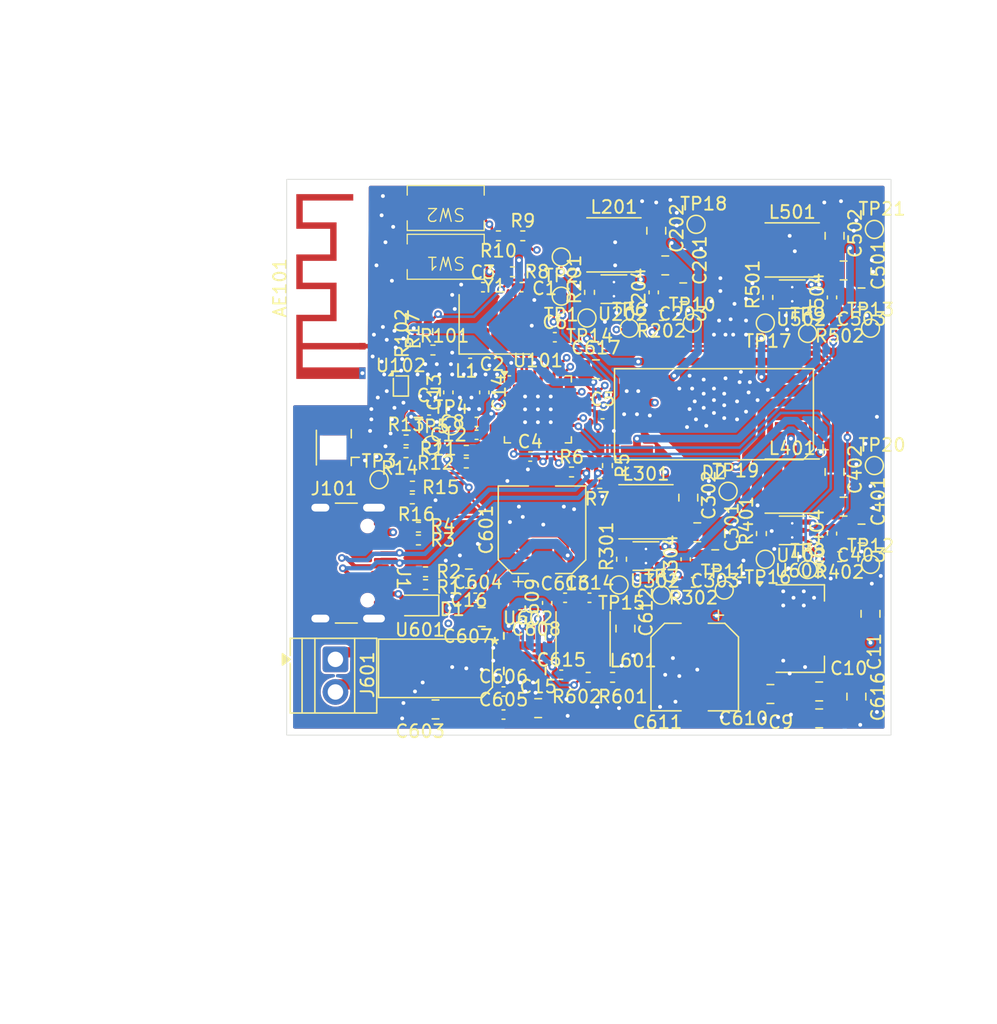
<source format=kicad_pcb>
(kicad_pcb (version 20241229) (generator "pcbnew") (generator_version "9.0")
  (layers (0 "F.Cu" signal) (4 "In1.Cu" signal) (6 "In2.Cu" signal) (2 "B.Cu" signal) (13 "F.Paste" user) (15 "B.Paste" user) (5 "F.SilkS" user "F.Silkscreen") (7 "B.SilkS" user "B.Silkscreen") (1 "F.Mask" user) (3 "B.Mask" user) (25 "Edge.Cuts" user))
  (net 0 "")
  (net 1 "Net-(U102-RFIN)")
  (net 2 "GND")
  (net 3 "Net-(AE101-A)")
  (net 4 "Net-(U101-XTAL_N)")
  (net 5 "Net-(U101-XTAL_P)")
  (net 6 "/ESP_CHIP_PU")
  (net 7 "/GPIO8")
  (net 8 "+3V3")
  (net 9 "/LedDriverRed/LED+")
  (net 10 "+5V")
  (net 11 "/LedDriverGreen/LED+")
  (net 12 "/LedDriverBlue/LED+")
  (net 13 "/LedDriverWhite/LED+")
  (net 14 "/PSU/VinDC")
  (net 15 "Net-(U602-VCC)")
  (net 16 "Net-(U602-BS)")
  (net 17 "Net-(U602-LX)")
  (net 18 "Net-(D1-A)")
  (net 19 "/LedDriverBlue/LED-")
  (net 20 "/LedDriverWhite/LED-")
  (net 21 "/LedDriverRed/LED-")
  (net 22 "/LedDriverGreen/LED-")
  (net 23 "Net-(J1-CC1)")
  (net 24 "/USB_D-")
  (net 25 "Net-(J1-CC2)")
  (net 26 "/USB_D+")
  (net 29 "Net-(J101-In)")
  (net 30 "Net-(J601-Pin_1)")
  (net 31 "Net-(J601-Pin_2)")
  (net 32 "Net-(U202-SW)")
  (net 33 "Net-(U302-SW)")
  (net 34 "Net-(U402-SW)")
  (net 35 "Net-(U502-SW)")
  (net 36 "/GPIO9")
  (net 37 "/ADC1_CH0")
  (net 38 "/ADC1_CH1")
  (net 39 "/ADC1_CH2")
  (net 40 "Net-(U102-CTRL)")
  (net 41 "/ENR")
  (net 42 "/ENG")
  (net 43 "/ENB")
  (net 44 "/ENW")
  (net 45 "Net-(U602-FB)")
  (net 46 "Net-(U101-UORXD)")
  (net 47 "Net-(U101-UOTXD)")
  (net 48 "/PWMR")
  (net 49 "/PWMG")
  (net 50 "/PWMB")
  (net 51 "/PWMW")
  (net 55 "Net-(U101-ANT)")
  (net 57 "/GPIO15")
  (footprint "Inductor_SMD:L_APV_ANR4020" (layer "F.Cu") (at 144.5 62.4)
    (property "Reference" "L401")
    (property "Value" "2.2u")
  )
  (footprint "Capacitor_SMD:C_0402_1005Metric" (layer "F.Cu") (at 125.4 71.5 90)
    (property "Reference" "C609")
    (property "Value" "100nF 25V")
  )
  (footprint "TerminalBlock:TerminalBlock_Xinya_XY308-2.54-2P_1x02_P2.54mm_Horizontal" (layer "F.Cu") (at 108.9 75.9 -90)
    (property "Reference" "J601")
    (property "Value" "Screw_Terminal_01x02")
  )
  (footprint "Capacitor_SMD:C_0402_1005Metric" (layer "F.Cu") (at 128.7 71.1)
    (property "Reference" "C614")
    (property "Value" "100nF 25V")
  )
  (footprint "Capacitor_SMD:C_0805_2012Metric" (layer "F.Cu") (at 138.5 68.1 180)
    (property "Reference" "C303")
    (property "Value" "10uF 25V")
  )
  (footprint "Capacitor_SMD:C_0805_2012Metric" (layer "F.Cu") (at 131.5 73.5 -90)
    (property "Reference" "C612")
    (property "Value" "10uF 25V")
  )
  (footprint "1CustomFootprints:QR4xLED" (layer "F.Cu") (at 138.4 56.8 90)
    (property "Reference" "D2")
    (property "Value" "LED_RGBW")
  )
  (footprint "Capacitor_SMD:C_0402_1005Metric" (layer "F.Cu") (at 147.6 47.7 90)
    (property "Reference" "C504")
    (property "Value" "100nF 25V")
  )
  (footprint "Package_DFN_QFN:QFN-32-1EP_5x5mm_P0.5mm_EP3.65x3.65mm_ThermalVias" (layer "F.Cu") (at 124.68 56.42)
    (property "Reference" "U101")
    (property "Value" "ESP32-C6FHx")
  )
  (footprint "Capacitor_SMD:C_0402_1005Metric" (layer "F.Cu") (at 120.5 55.1 -90)
    (property "Reference" "C14")
    (property "Value" "C")
  )
  (footprint "Capacitor_SMD:C_0402_1005Metric" (layer "F.Cu") (at 126.5 77.1)
    (property "Reference" "C615")
    (property "Value" "100nF 25V")
  )
  (footprint "Package_SON:WSON-6-1EP_2x2mm_P0.65mm_EP1x1.6mm_ThermalVias" (layer "F.Cu") (at 133.1 67.85 180)
    (property "Reference" "U302")
    (property "Value" "TPS92201")
  )
  (footprint "Resistor_SMD:R_0402_1005Metric" (layer "F.Cu") (at 114.41 58.8 180)
    (property "Reference" "R13")
    (property "Value" "68K")
  )
  (footprint "TestPoint:TestPoint_Pad_D1.0mm" (layer "F.Cu") (at 131 70.1)
    (property "Reference" "TP15")
    (property "Value" "TestPoint")
  )
  (footprint "Resistor_SMD:R_0402_1005Metric" (layer "F.Cu") (at 115.923995 70.076394 180)
    (property "Reference" "R1")
    (property "Value" "10K")
  )
  (footprint "Crystal:Crystal_SMD_3225-4Pin_3.2x2.5mm_HandSoldering" (layer "F.Cu") (at 121.3 49.8)
    (property "Reference" "Y1")
    (property "Value" "40MHz")
  )
  (footprint "TestPoint:TestPoint_Pad_D1.0mm" (layer "F.Cu") (at 126.5 44.55 180)
    (property "Reference" "TP2")
    (property "Value" "TestPoint")
  )
  (footprint "1CustomFootprints:MFB" (layer "F.Cu") (at 116.7 76.6 90)
    (property "Reference" "U601")
    (property "Value" "MB34F")
  )
  (footprint "Package_SON:WSON-6-1EP_2x2mm_P0.65mm_EP1x1.6mm_ThermalVias" (layer "F.Cu") (at 144.5 65.85 180)
    (property "Reference" "U402")
    (property "Value" "TPS92201")
  )
  (footprint "Resistor_SMD:R_0402_1005Metric" (layer "F.Cu") (at 114.9 62.4 180)
    (property "Reference" "R15")
    (property "Value" "68K")
  )
  (footprint "Inductor_SMD:L_APV_ANR4020" (layer "F.Cu") (at 144.5 44)
    (property "Reference" "L501")
    (property "Value" "2.2u")
  )
  (footprint "Inductor_SMD:L_APV_ANR4020" (layer "F.Cu") (at 133.1 64.4)
    (property "Reference" "L301")
    (property "Value" "2.2u")
  )
  (footprint "Capacitor_SMD:C_0402_1005Metric" (layer "F.Cu") (at 133.705 47.305 90)
    (property "Reference" "C204")
    (property "Value" "100nF 25V")
  )
  (footprint "Capacitor_SMD:C_0805_2012Metric" (layer "F.Cu") (at 134.605 45.205)
    (property "Reference" "C201")
    (property "Value" "10uF 25V")
  )
  (footprint "TestPoint:TestPoint_Pad_D1.0mm" (layer "F.Cu") (at 139.5 62.8)
    (property "Reference" "TP19")
    (property "Value" "TestPoint")
  )
  (footprint "Capacitor_SMD:CP_Elec_6.3x5.4" (layer "F.Cu") (at 125 65.8 90)
    (property "Reference" "C601")
    (property "Value" "68uF 25V")
  )
  (footprint "Resistor_SMD:R_0402_1005Metric" (layer "F.Cu") (at 119.1 60.6 180)
    (property "Reference" "R12")
    (property "Value" "68K")
  )
  (footprint "TestPoint:TestPoint_Pad_D1.0mm" (layer "F.Cu") (at 145.7 68.9)
    (property "Reference" "TP8")
    (property "Value" "TestPoint")
  )
  (footprint "Resistor_SMD:R_0402_1005Metric" (layer "F.Cu") (at 123.5 42.9)
    (property "Reference" "R9")
    (property "Value" "10K")
  )
  (footprint "Capacitor_SMD:C_0805_2012Metric" (layer "F.Cu") (at 124.7 79.7)
    (property "Reference" "C15")
    (property "Value" "10uF 25V")
  )
  (footprint "Resistor_SMD:R_0402_1005Metric" (layer "F.Cu") (at 130.1 60.8 -90)
    (property "Reference" "R5")
    (property "Value" "1K2")
  )
  (footprint "TestPoint:TestPoint_Pad_D1.0mm" (layer "F.Cu") (at 116.4 59.2)
    (property "Reference" "TP5")
    (property "Value" "TestPoint")
  )
  (footprint "Capacitor_SMD:C_0402_1005Metric" (layer "F.Cu") (at 117.7 55.1 -90)
    (property "Reference" "C13")
    (property "Value" "C")
  )
  (footprint "Capacitor_SMD:C_0805_2012Metric" (layer "F.Cu") (at 147.8 61.3 90)
    (property "Reference" "C402")
    (property "Value" "10uF 25V")
  )
  (footprint "RF_Antenna:Texas_SWRA117D_2.4GHz_Right" (layer "F.Cu") (at 111 51.5 90)
    (property "Reference" "AE101")
    (property "Value" "Antenna_Shield")
  )
  (footprint "Capacitor_SMD:C_0805_2012Metric" (layer "F.Cu") (at 150.6 72.35 90)
    (property "Reference" "C11")
    (property "Value" "10uF 25V")
  )
  (footprint "Inductor_SMD:L_APV_ANR4020" (layer "F.Cu") (at 130.605 43.605)
    (property "Reference" "L201")
    (property "Value" "2.2u")
  )
  (footprint "Resistor_SMD:R_0402_1005Metric" (layer "F.Cu") (at 128.705 47.305 90)
    (property "Reference" "R201")
    (property "Value" "100m")
  )
  (footprint "Resistor_SMD:R_0402_1005Metric" (layer "F.Cu") (at 148.2 67.9)
    (property "Reference" "R402")
    (property "Value" "10K")
  )
  (footprint "Capacitor_SMD:C_0402_1005Metric" (layer "F.Cu") (at 147.6 66.1 90)
    (property "Reference" "C404")
    (property "Value" "100nF 25V")
  )
  (footprint "Package_SON:WSON-6-1EP_2x2mm_P0.65mm_EP1x1.6mm_ThermalVias" (layer "F.Cu") (at 130.605 47.055 180)
    (property "Reference" "U202")
    (property "Value" "TPS92201")
  )
  (footprint "Diode_SMD:D_SOD-110" (layer "F.Cu") (at 115.35 71.7 180)
    (property "Reference" "D1")
    (property "Value" "D_Schottky")
  )
  (footprint "TestPoint:TestPoint_Pad_D1.0mm" (layer "F.Cu") (at 150.9 60.8)
    (property "Reference" "TP20")
    (property "Value" "TestPoint")
  )
  (footprint "Resistor_SMD:R_0402_1005Metric" (layer "F.Cu") (at 134.305 49.105)
    (property "Reference" "R202")
    (property "Value" "10K")
  )
  (footprint "TestPoint:TestPoint_Pad_D1.0mm" (layer "F.Cu") (at 150.9 42.4)
    (property "Reference" "TP21")
    (property "Value" "TestPoint")
  )
  (footprint "Inductor_SMD:L_APV_ANR4012" (layer "F.Cu") (at 128.2 74.3 90)
    (property "Reference" "L601")
    (property "Value" "1.2uH")
  )
  (footprint "Capacitor_SMD:C_0805_2012Metric" (layer "F.Cu") (at 120.3 72.6 180)
    (property "Reference" "C607")
    (property "Value" "10uF 25V")
  )
  (footprint "Capacitor_SMD:C_0402_1005Metric" (layer "F.Cu") (at 119.9 58.4 180)
    (property "Reference" "C12")
    (property "Value" "100nF 25V")
  )
  (footprint "Capacitor_SMD:C_0805_2012Metric" (layer "F.Cu") (at 136.005 47.305 180)
    (property "Reference" "C203")
    (property "Value" "10uF 25V")
  )
  (footprint "Package_TO_SOT_SMD:SOT-223" (layer "F.Cu") (at 145.1 73.5)
    (property "Reference" "U603")
    (property "Value" "XBL1117")
  )
  (footprint "Capacitor_SMD:C_0402_1005Metric" (layer "F.Cu") (at 126.8 71.1 180)
    (property "Reference" "C613")
    (property "Value" "100nF 25V")
  )
  (footprint "Resistor_SMD:R_0402_1005Metric" (layer "F.Cu") (at 119.1 59.61)
    (property "Reference" "R11")
    (property "Value" "10K")
  )
  (footprint "Capacitor_SMD:C_0805_2012Metric" (layer "F.Cu") (at 142.8 78.6)
    (property "Reference" "C610")
    (property "Value" "10uF 25V")
  )
  (footprint "Resistor_SMD:R_0402_1005Metric" (layer "F.Cu") (at 129.5 62.2 180)
    (property "Reference" "R7")
    (property "Value" "10K")
  )
  (footprint "Capacitor_SMD:C_0402_1005Metric" (layer "F.Cu") (at 119.8 71.1 180)
    (property "Reference" "C604")
    (property "Value" "100nF 25V")
  )
  (footprint "Resistor_SMD:R_0402_1005Metric" (layer "F.Cu") (at 130.5 77.3 180)
    (property "Reference" "R601")
    (property "Value" "68K")
  )
  (footprint "Capacitor_SMD:CP_Elec_6.3x5.4" (layer "F.Cu") (at 136.9 76.5 -90)
    (property "Reference" "C611")
    (property "Value" "68uF 25V")
  )
  (footprint "Resistor_SMD:R_0402_1005Metric" (layer "F.Cu") (at 142.1 66.1 90)
    (property "Reference" "R401")
    (property "Value" "100m")
  )
  (footprint "Capacitor_SMD:C_0402_1005Metric" (layer "F.Cu") (at 119.4 52.8)
    (property "Reference" "C2")
    (property "Value" "18pF 50V")
  )
  (footprint "Resistor_SMD:R_0402_1005Metric" (layer "F.Cu") (at 114.4 59.8)
    (property "Reference" "R14")
    (property "Value" "10K")
  )
  (footprint "Resistor_SMD:R_0402_1005Metric" (layer "F.Cu") (at 127.3 61.3)
    (property "Reference" "R6")
    (property "Value" "10K")
  )
  (footprint "Capacitor_SMD:C_0402_1005Metric" (layer "F.Cu") (at 136.2 68.1 90)
    (property "Reference" "C304")
    (property "Value" "100nF 25V")
  )
  (footprint "Connector_Coaxial:U.FL_Hirose_U.FL-R-SMT-1_Vertical" (layer "F.Cu") (at 109.25 59.4 180)
    (property "Reference" "J101")
    (property "Value" "Conn_Coaxial")
  )
  (footprint "Capacitor_SMD:C_0402_1005Metric" (layer "F.Cu") (at 129.72 56.8)
    (property "Reference" "C5")
    (property "Value" "100nF 25V")
  )
  (footprint "TestPoint:TestPoint_Pad_D1.0mm" (layer "F.Cu") (at 139.2 70.5)
    (property "Reference" "TP11")
    (property "Value" "TestPoint")
  )
  (footprint "TestPoint:TestPoint_Pad_D1.0mm" (layer "F.Cu") (at 128.505 49.305)
    (property "Reference" "TP14")
    (property "Value" "TestPoint")
  )
  (footprint "Resistor_SMD:R_0402_1005Metric" (layer "F.Cu") (at 148.2 49.5)
    (property "Reference" "R502")
    (property "Value" "10K")
  )
  (footprint "Capacitor_SMD:C_0805_2012Metric" (layer "F.Cu") (at 129.2 53.3)
    (property "Reference" "C617")
    (property "Value" "10uF 25V")
  )
  (footprint "Resistor_SMD:R_0402_1005Metric" (layer "F.Cu") (at 114.89 63.4)
    (property "Reference" "R16")
    (property "Value" "10K")
  )
  (footprint "Capacitor_SMD:C_0805_2012Metric" (layer "F.Cu") (at 116.7 79.8 180)
    (property "Reference" "C603")
    (property "Value" "10uF 25V")
  )
  (footprint "1CustomFootprints:TS1101A26025" (layer "F.Cu") (at 117.495 40.73 180)
    (property "Reference" "SW2")
    (property "Value" "SW_SPST")
  )
  (footprint "TestPoint:TestPoint_Pad_D1.0mm" (layer "F.Cu") (at 142.4 68.1)
    (property "Reference" "TP16")
    (property "Value" "TestPoint")
  )
  (footprint "Resistor_SMD:R_0402_1005Metric" (layer "F.Cu") (at 131.2 68.1 90)
    (property "Reference" "R301")
    (property "Value" "100m")
  )
  (footprint "TestPoint:TestPoint_Pad_D1.0mm" (layer "F.Cu") (at 126.5 47.6 180)
    (property "Reference" "TP1")
    (property "Value" "TestPoint")
  )
  (footprint "Capacitor_SMD:C_0402_1005Metric" (layer "F.Cu") (at 126 50.8)
    (property "Reference" "C6")
    (property "Value" "100nF 25V")
  )
  (footprint "Package_LGA:Infineon_PG-TSNP-6-10_0.7x1.1mm_0.7x1.1mm_P0.4mm" (layer "F.Cu") (at 114 54.6)
    (property "Reference" "U102")
    (property "Value" "BGS12WN6E6327")
  )
  (footprint "TestPoint:TestPoint_Pad_D1.0mm" (layer "F.Cu") (at 137.005 42.005)
    (property "Reference" "TP18")
    (property "Value" "TestPoint")
  )
  (footprint "Resistor_SMD:R_0402_1005Metric" (layer "F.Cu") (at 128.6 77.3)
    (property "Reference" "R602")
    (property "Value" "8.2K")
  )
  (footprint "Capacitor_SMD:C_0805_2012Metric" (layer "F.Cu") (at 133.905 42.505 90)
    (property "Reference" "C202")
    (property "Value" "10uF 25V")
  )
  (footprint "Capacitor_SMD:C_0402_1005Metric" (layer "F.Cu") (at 122 78.4)
    (property "Reference" "C606")
    (property "Value" "100nF 25V")
  )
  (footprint "Capacitor_SMD:C_0402_1005Metric" (layer "F.Cu") (at 116.2 56.5)
    (property "Reference" "C7")
    (property "Value" "100nF 25V")
  )
  (footprint "1CustomFootprints:TS1101A26025" (layer "F.Cu") (at 117.495 44.53 180)
    (property "Reference" "SW1")
    (property "Value" "SW_SPST")
  )
  (footprint "Capacitor_SMD:C_0805_2012Metric" (layer "F.Cu") (at 148.5 64)
    (property "Reference" "C401")
    (property "Value" "10uF 25V")
  )
  (footprint "Capacitor_SMD:C_0402_1005Metric" (layer "F.Cu") (at 123.3 72.4 180)
    (property "Reference" "C608")
    (property "Value" "100nF 25V")
  )
  (footprint "Capacitor_SMD:C_0805_2012Metric" (layer "F.Cu") (at 149.9 66.1 180)
    (property "Reference" "C403")
    (property "Value" "10uF 25V")
  )
  (footprint "TestPoint:TestPoint_Pad_D1.0mm" (layer "F.Cu") (at 117.9 57.7)
    (property "Reference" "TP4")
    (property "Value" "TestPoint")
  )
  (footprint "Resistor_SMD:R_0402_1005Metric" (layer "F.Cu") (at 136.8 69.9)
    (property "Reference" "R302")
    (property "Value" "10K")
  )
  (footprint "Resistor_SMD:R_0402_1005Metric" (layer "F.Cu") (at 116.1 50.29 90)
    (property "Reference" "R17")
    (property "Value" "0R")
  )
  (footprint "TestPoint:TestPoint_Pad_D1.0mm" (layer "F.Cu") (at 150.6 68.5)
    (property "Reference" "TP12")
    (property "Value" "TestPoint")
  )
  (footprint "Capacitor_SMD:C_0805_2012Metric" (layer "F.Cu") (at 136.4 63.3 90)
    (property "Reference" "C302")
    (property "Value" "10uF 25V")
  )
  (footprint "TestPoint:TestPoint_Pad_D1.0mm" (layer "F.Cu") (at 134.3 70.9)
    (property "Reference" "TP7")
    (property "Value" "TestPoint")
  )
  (footprint "Capacitor_SMD:C_0805_2012Metric" (layer "F.Cu") (at 149.9 47.7 180)
    (property "Reference" "C503")
    (property "Value" "10uF 25V")
  )
  (footprint "Resistor_SMD:R_0402_1005Metric" (layer "F.Cu") (at 115.1 51.4 -90)
    (property "Reference" "R102")
    (property "Value" "0R")
  )
  (footprint "Resistor_SMD:R_0402_1005Metric" (layer "F.Cu") (at 121.6 42.9 180)
    (property "Reference" "R10")
    (property "Value" "10K")
  )
  (footprint "Capacitor_SMD:C_0805_2012Metric" (layer "F.Cu") (at 148.5 45.6)
    (property "Reference" "C501")
    (property "Value" "10uF 25V")
  )
  (footprint "Resistor_SMD:R_0402_1005Metric" (layer "F.Cu") (at 116.5 51.8)
    (property "Reference" "R101")
    (property "Value" "0R")
  )
  (footprint "TestPoint:TestPoint_Pad_D1.0mm" (layer "F.Cu") (at 142.4 49.7)
    (property "Reference" "TP17")
    (property "Value" "TestPoint")
  )
  (footprint "Capacitor_SMD:C_0402_1005Metric" (layer "F.Cu") (at 122 80.2)
    (property "Reference" "C605")
    (property "Value" "100nF 25V")
  )
  (footprint "TestPoint:TestPoint_Pad_D1.0mm" (layer "F.Cu") (at 131.805 50.105)
    (property "Reference" "TP6")
    (property "Value" "TestPoint")
  )
  (footprint "Capacitor_SMD:C_0805_2012Metric" (layer "F.Cu") (at 119.3 69.6 180)
    (property "Reference" "C16")
    (property "Value" "10uF 25V")
  )
  (footprint "Capacitor_SMD:C_0402_1005Metric" (layer "F.Cu") (at 123.4 46.9 180)
    (property "Reference" "C1")
    (property "Value" "18pF 50V")
  )
  (footprint "TestPoint:TestPoint_Pad_D1.0mm" (layer "F.Cu") (at 136.705 49.705)
    (property "Reference" "TP10")
    (property "Value" "TestPoint")
  )
  (footprint "Resistor_SMD:R_0402_1005Metric" (layer "F.Cu") (at 115.923995 69.076394 180)
    (property "Reference" "R2")
    (property "Value" "10K")
  )
  (footprint "Capacitor_SMD:C_0805_2012Metric" (layer "F.Cu") (at 147.8 42.9 90)
    (property "Reference" "C502")
    (property "Value" "10uF 25V")
  )
  (footprint "Capacitor_SMD:C_0805_2012Metric" (layer "F.Cu") (at 146.6 80.5 180)
    (property "Reference" "C9")
    (property "Value" "10uF 25V")
  )
  (footprint "Resistor_SMD:R_0402_1005Metric" (layer "F.Cu") (at 115.368916 65.6 180)
    (property "Reference" "R4")
    (property "Value" "10K")
  )
  (footprint "TestPoint:TestPoint_Pad_D1.0mm" (layer "F.Cu") (at 145.7 50.5)
    (property "Reference" "TP9")
    (property "Value" "TestPoint")
  )
  (footprint "Capacitor_SMD:C_0402_1005Metric" (layer "F.Cu") (at 119.9 57.4 180)
    (property "Reference" "C8")
    (property "Value" "100nF 25V")
  )
  (footprint "Resistor_SMD:R_0402_1005Metric" (layer "F.Cu") (at 142.6 47.7 90)
    (property "Reference" "R501")
    (property "Value" "100m")
  )
  (footprint "Package_SON:WSON-6-1EP_2x2mm_P0.65mm_EP1x1.6mm_ThermalVias" (layer "F.Cu") (at 144.5 47.45 180)
    (property "Reference" "U502")
    (property "Value" "TPS92201")
  )
  (footprint "Capacitor_SMD:C_0805_2012Metric" (layer "F.Cu") (at 149.5 78.8 -90)
    (property "Reference" "C616")
    (property "Value" "10uF 25V")
  )
  (footprint "TestPoint:TestPoint_Pad_D1.0mm" (layer "F.Cu") (at 150.6 50.1)
    (property "Reference" "TP13")
    (property "Value" "TestPoint")
  )
  (footprint "Capacitor_SMD:C_0805_2012Metric" (layer "F.Cu") (at 146.6 78.4 180)
    (property "Reference" "C10")
    (property "Value" "10uF 25V")
  )
  (footprint "Capacitor_SMD:C_0805_2012Metric" (layer "F.Cu") (at 137.1 66)
    (property "Reference" "C301")
    (property "Value" "10uF 25V")
  )
  (footprint "TestPoint:TestPoint_Pad_D1.0mm" (layer "F.Cu") (at 112.3 61.9)
    (property "Reference" "TP3")
    (property "Value" "TestPoint")
  )
  (footprint "1CustomFootprints:QFN3X3-12_SGY" (layer "F.Cu") (at 123.65065 75.449075)
    (property "Reference" "U602")
    (property "Value" "SY8366H")
  )
  (footprint "Capacitor_SMD:C_0402_1005Metric" (layer "F.Cu") (at 124.08 60.1)
    (property "Reference" "C4")
    (property "Value" "100nF 25V")
  )
  (footprint "Resistor_SMD:R_0402_1005Metric" (layer "F.Cu") (at 122.7 45.7 180)
    (property "Reference" "R8")
    (property "Value" "10K")
  )
  (footprint "Inductor_SMD:L_0402_1005Metric" (layer "F.Cu") (at 119.1 54.6)
    (property "Reference" "L1")
    (property "Value" "L")
  )
  (footprint "Connector_USB:USB_C_Receptacle_GCT_USB4105-xx-A_16P_TopMnt_Horizontal" (layer "F.Cu") (at 108.8 68.4 -90)
    (property "Reference" "J1")
    (property "Value" "USB_C_Receptacle_USB2.0_16P")
  )
  (footprint "Resistor_SMD:R_0402_1005Metric" (layer "F.Cu") (at 115.368916 66.6 180)
    (property "Reference" "R3")
    (property "Value" "10K")
  )
  (footprint "Capacitor_SMD:C_0402_1005Metric" (layer "F.Cu") (at 120.4 46.9)
    (property "Reference" "C3")
    (property "Value" "100nF 25V")
  )
  (gr_rect (start 105.1 38.5) (end 152.2 81.8) (stroke (width 0.05)) (fill no) (layer "Edge.Cuts"))
  (via (at 117.7 73.1) (size 0.6) (drill 0.3) (layers "F.Cu" "B.Cu") (net 0))
  (segment (start 114.2 54.6) (end 114.5 54.6) (width 0.2) (layer "F.Cu") (net 1))
  (segment (start 117.7 54.62) (end 114.49566 54.62) (width 0.3493) (layer "F.Cu") (net 1))
  (segment (start 114.49566 54.62) (end 114.47566 54.6) (width 0.3493) (layer "F.Cu") (net 1))
  (segment (start 118.615 54.6) (end 117.72 54.6) (width 0.3493) (layer "F.Cu") (net 1))
  (segment (start 130.871 76.729) (end 131.2 76.4) (width 0.2) (layer "F.Cu") (net 2))
  (segment (start 113.3 54.6) (end 112.9 55) (width 0.2) (layer "F.Cu") (net 2))
  (segment (start 113.8 54.6) (end 113.3 54.6) (width 0.2) (layer "F.Cu") (net 2))
  (segment (start 129.11 77.3) (end 129.681 76.729) (width 0.2) (layer "F.Cu") (net 2))
  (segment (start 129.681 76.729) (end 130.871 76.729) (width 0.2) (layer "F.Cu") (net 2))
  (via (at 121.2 75) (size 0.6) (drill 0.3) (layers "F.Cu" "B.Cu") (net 2))
  (via (at 116.7 63.5) (size 0.6) (drill 0.3) (layers "F.Cu" "B.Cu") (net 2))
  (via (at 146.2 71.1) (size 0.6) (drill 0.3) (layers "F.Cu" "B.Cu") (net 2))
  (via (at 126.7 64) (size 0.6) (drill 0.3) (layers "F.Cu" "B.Cu") (net 2))
  (via (at 116.8 52.9) (size 0.6) (drill 0.3) (layers "F.Cu" "B.Cu") (net 2))
  (via (at 120.9 53) (size 0.6) (drill 0.3) (layers "F.Cu" "B.Cu") (net 2))
  (via (at 137.6 56.3) (size 0.6) (drill 0.3) (layers "F.Cu" "B.Cu") (net 2))
  (via (at 118 53.7) (size 0.6) (drill 0.3) (layers "F.Cu" "B.Cu") (net 2))
  (via (at 141.2 54.3) (size 0.6) (drill 0.3) (layers "F.Cu" "B.Cu") (net 2))
  (via (at 120.3 76.7) (size 0.6) (drill 0.3) (layers "F.Cu" "B.Cu") (net 2))
  (via (at 115.9 52.9) (size 0.6) (drill 0.3) (layers "F.Cu" "B.Cu") (net 2))
  (via (at 140.5 53.5) (size 0.6) (drill 0.3) (layers "F.Cu" "B.Cu") (net 2))
  (via (at 147.5 69.6) (size 0.6) (drill 0.3) (layers "F.Cu" "B.Cu") (net 2))
  (via (at 138.4 54.8) (size 0.6) (drill 0.3) (layers "F.Cu" "B.Cu") (net 2))
  (via (at 138 62) (size 0.6) (drill 0.3) (layers "F.Cu" "B.Cu") (net 2))
  (via (at 151.1 80) (size 0.6) (drill 0.3) (layers "F.Cu" "B.Cu") (net 2))
  (via (at 139.2 56.1) (size 0.6) (drill 0.3) (layers "F.Cu" "B.Cu") (net 2))
  (via (at 136.9 55.8) (size 0.6) (drill 0.3) (layers "F.Cu" "B.Cu") (net 2))
  (via (at 135 40.1) (size 0.6) (drill 0.3) (layers "F.Cu" "B.Cu") (net 2))
  (via (at 113.5 56.3) (size 0.6) (drill 0.3) (layers "F.Cu" "B.Cu") (net 2))
  (via (at 114.1 80.5) (size 0.6) (drill 0.3) (layers "F.Cu" "B.Cu") (net 2))
  (via (at 149.3 42.5) (size 0.6) (drill 0.3) (layers "F.Cu" "B.Cu") (net 2))
  (via (at 118.7 46.7) (size 0.6) (drill 0.3) (layers "F.Cu" "B.Cu") (net 2))
  (via (at 113.3 46.4) (size 0.6) (drill 0.3) (layers "F.Cu" "B.Cu") (net 2))
  (via (at 138.4 55.7) (size 0.6) (drill 0.3) (layers "F.Cu" "B.Cu") (net 2))
  (via (at 141.1 55.1) (size 0.6) (drill 0.3) (layers "F.Cu" "B.Cu") (net 2))
  (via (at 117.7 56.4) (size 0.6) (drill 0.3) (layers "F.Cu" "B.Cu") (net 2))
  (via (at 118 76.5) (size 0.6) (drill 0.3) (layers "F.Cu" "B.Cu") (net 2))
  (via (at 149.9 67.5) (size 0.6) (drill 0.3) (layers "F.Cu" "B.Cu") (net 2))
  (via (at 145.4 71.7) (size 0.6) (drill 0.3) (layers "F.Cu" "B.Cu") (net 2))
  (via (at 131 79.7) (size 0.6) (drill 0.3) (layers "F.Cu" "B.Cu") (net 2))
  (via (at 127.8 46.8) (size 0.6) (drill 0.3) (layers "F.Cu" "B.Cu") (net 2))
  (via (at 116.1 53.7) (size 0.6) (drill 0.3) (layers "F.Cu" "B.Cu") (net 2))
  (via (at 139.4 66) (size 0.6) (drill 0.3) (layers "F.Cu" "B.Cu") (net 2))
  (via (at 150.7 70) (size 0.6) (drill 0.3) (layers "F.Cu" "B.Cu") (net 2))
  (via (at 112.9 51) (size 0.6) (drill 0.3) (layers "F.Cu" "B.Cu") (net 2))
  (via (at 121.2 76) (size 0.6) (drill 0.3) (layers "F.Cu" "B.Cu") (net 2))
  (via (at 122.3 62) (size 0.6) (drill 0.3) (layers "F.Cu" "B.Cu") (net 2))
  (via (at 114.2 55.9) (size 0.6) (drill 0.3) (layers "F.Cu" "B.Cu") (net 2))
  (via (at 140.7 69.2) (size 0.6) (drill 0.3) (layers "F.Cu" "B.Cu") (net 2))
  (via (at 120 66.9) (size 0.6) (drill 0.3) (layers "F.Cu" "B.Cu") (net 2))
  (via (at 133.9 40.3) (size 0.6) (drill 0.3) (layers "F.Cu" "B.Cu") (net 2))
  (via (at 138.9 69.5) (size 0.6) (drill 0.3) (layers "F.Cu" "B.Cu") (net 2))
  (via (at 137 57.2) (size 0.6) (drill 0.3) (layers "F.Cu" "B.Cu") (net 2))
  (via (at 136.5 56.4) (size 0.6) (drill 0.3) (layers "F.Cu" "B.Cu") (net 2))
  (via (at 134.2 79.6) (size 0.6) (drill 0.3) (layers "F.Cu" "B.Cu") (net 2))
  (via (at 123.3 77.7) (size 0.6) (drill 0.3) (layers "F.Cu" "B.Cu") (net 2))
  (via (at 138.2 48) (size 0.6) (drill 0.3) (layers "F.Cu" "B.Cu") (net 2))
  (via (at 134.6 77.1) (size 0.6) (drill 0.3) (layers "F.Cu" "B.Cu") (net 2))
  (via (at 151.1 57) (size 0.6) (drill 0.3) (layers "F.Cu" "B.Cu") (net 2))
  (via (at 143.1 67.3) (size 0.6) (drill 0.3) (layers "F.Cu" "B.Cu") (net 2))
  (via (at 140.7 68.2) (size 0.6) (drill 0.3) (layers "F.Cu" "B.Cu") (net 2))
  (via (at 127.8 45.5) (size 0.6) (drill 0.3) (layers "F.Cu" "B.Cu") (net 2))
  (via (at 124.4 47.9) (size 0.6) (drill 0.3) (layers "F.Cu" "B.Cu") (net 2))
  (via (at 138 63) (size 0.6) (drill 0.3) (layers "F.Cu" "B.Cu") (net 2))
  (via (at 129.3 79.6) (size 0.6) (drill 0.3) (layers "F.Cu" "B.Cu") (net 2))
  (via (at 138.9 47.2) (size 0.6) (drill 0.3) (layers "F.Cu" "B.Cu") (net 2))
  (via (at 149.8 81) (size 0.6) (drill 0.3) (layers "F.Cu" "B.Cu") (net 2))
  (via (at 144.3 42.9) (size 0.6) (drill 0.3) (layers "F.Cu" "B.Cu") (net 2))
  (via (at 111.2 60.4) (size 0.6) (drill 0.3) (layers "F.Cu" "B.Cu") (net 2))
  (via (at 133.1 48.3) (size 0.6) (drill 0.3) (layers "F.Cu" "B.Cu") (net 2))
  (via (at 143.8 70.6) (size 0.6) (drill 0.3) (layers "F.Cu" "B.Cu") (net 2))
  (via (at 144.3 77) (size 0.6) (drill 0.3) (layers "F.Cu" "B.Cu") (net 2))
  (via (at 112.6 50) (size 0.6) (drill 0.3) (layers "F.Cu" "B.Cu") (net 2))
  (via (at 120.6 53.7) (size 0.6) (drill 0.3) (layers "F.Cu" "B.Cu") (net 2))
  (via (at 113.5 50.3) (size 0.6) (drill 0.3) (layers "F.Cu" "B.Cu") (net 2))
  (via (at 118 52) (size 0.6) (drill 0.3) (layers "F.Cu" "B.Cu") (net 2))
  (via (at 139.3 50.6) (size 0.6) (drill 0.3) (layers "F.Cu" "B.Cu") (net 2))
  (via (at 135.2 75.8) (size 0.6) (drill 0.3) (layers "F.Cu" "B.Cu") (net 2))
  (via (at 112.5 41.3) (size 0.6) (drill 0.3) (layers "F.Cu" "B.Cu") (net 2))
  (via (at 140.9 49.5) (size 0.6) (drill 0.3) (layers "F.Cu" "B.Cu") (net 2))
  (via (at 136.405 48.705) (size 0.6) (drill 0.3) (layers "F.Cu" "B.Cu") (net 2))
  (via (at 117 53.7) (size 0.6) (drill 0.3) (layers "F.Cu" "B.Cu") (net 2))
  (via (at 130.8 48.9) (size 0.6) (drill 0.3) (layers "F.Cu" "B.Cu") (net 2))
  (via (at 137.6 55.2) (size 0.6) (drill 0.3) (layers "F.Cu" "B.Cu") (net 2))
  (via (at 139.2 57.1) (size 0.6) (drill 0.3) (layers "F.Cu" "B.Cu") (net 2))
  (via (at 117.5 68.2) (size 0.6) (drill 0.3) (layers "F.Cu" "B.Cu") (net 2))
  (via (at 130.7 45.2) (size 0.6) (drill 0.3) (layers "F.Cu" "B.Cu") (net 2))
  (via (at 151.4 69.4) (size 0.6) (drill 0.3) (layers "F.Cu" "B.Cu") (net 2))
  (via (at 112.5 52.7) (size 0.6) (drill 0.3) (layers "F.Cu" "B.Cu") (net 2))
  (via (at 112.1 60.1) (size 0.6) (drill 0.3) (layers "F.Cu" "B.Cu") (net 2))
  (via (at 132.5 55) (size 0.6) (drill 0.3) (layers "F.Cu" "B.Cu") (net 2))
  (via (at 119.1 76.6) (size 0.6) (drill 0.3) (layers "F.Cu" "B.Cu") (net 2))
  (via (at 137.4 43.9) (size 0.6) (drill 0.3) (layers "F.Cu" "B.Cu") (net 2))
  (via (at 148.3 40.2) (size 0.6) (drill 0.3) (layers "F.Cu" "B.Cu") (net 2))
  (via (at 113.6 51.6) (size 0.6) (drill 0.3) (layers "F.Cu" "B.Cu") (net 2))
  (via (at 149.5 60.7) (size 0.6) (drill 0.3) (layers "F.Cu" "B.Cu") (net 2))
  (via (at 139.7 49.4) (size 0.6) (drill 0.3) (layers "F.Cu" "B.Cu") (net 2))
  (via (at 142.3 80.5) (size 0.6) (drill 0.3) (layers "F.Cu" "B.Cu") (net 2))
  (via (at 121.5 53.7) (size 0.6) (drill 0.3) (layers "F.Cu" "B.Cu") (net 2))
  (via (at 144.6 71.1) (size 0.6) (drill 0.3) (layers "F.Cu" "B.Cu") (net 2))
  (via (at 139.9 50.6) (size 0.6) (drill 0.3) (layers "F.Cu" "B.Cu") (net 2))
  (via (at 114.2 50.9) (size 0.6) (drill 0.3) (layers "F.Cu" "B.Cu") (net 2))
  (via (at 112.7 53.7) (size 0.6) (drill 0.3) (layers "F.Cu" "B.Cu") (net 2))
  (via (at 122.5 65.2) (size 0.6) (drill 0.3) (layers "F.Cu" "B.Cu") (net 2))
  (via (at 141.8 55.7) (size 0.6) (drill 0.3) (layers "F.Cu" "B.Cu") (net 2))
  (via (at 135.7 54.8) (size 0.6) (drill 0.3) (layers "F.Cu" "B.Cu") (net 2))
  (via (at 111.7 57.2) (size 0.6) (drill 0.3) (layers "F.Cu" "B.Cu") (net 2))
  (via (at 114.1 52.5) (size 0.6) (drill 0.3) (layers "F.Cu" "B.Cu") (net 2))
  (via (at 113.3 57.2) (size 0.6) (drill 0.3) (layers "F.Cu" "B.Cu") (net 2))
  (via (at 112.1 45.2) (size 0.6) (drill 0.3) (layers "F.Cu" "B.Cu") (net 2))
  (via (at 136.5 53.8) (size 0.6) (drill 0.3) (layers "F.Cu" "B.Cu") (net 2))
  (via (at 135.4 79.2) (size 0.6) (drill 0.3) (layers "F.Cu" "B.Cu") (net 2))
  (via (at 145.5 76.5) (size 0.6) (drill 0.3) (layers "F.Cu" "B.Cu") (net 2))
  (via (at 141.4 46.6) (size 0.6) (drill 0.3) (layers "F.Cu" "B.Cu") (net 2))
  (via (at 140.4 54.3) (size 0.6) (drill 0.3) (layers "F.Cu" "B.Cu") (net 2))
  (via (at 116.8 57.4) (size 0.6) (drill 0.3) (layers "F.Cu" "B.Cu") (net 2))
  (via (at 135.7 77.2) (size 0.6) (drill 0.3) (layers "F.Cu" "B.Cu") (net 2))
  (via (at 139.3 54) (size 0.6) (drill 0.3) (layers "F.Cu" "B.Cu") (net 2))
  (via (at 119.5 55.5) (size 0.6) (drill 0.3) (layers "F.Cu" "B.Cu") (net 2))
  (via (at 127 80.3) (size 0.6) (drill 0.3) (layers "F.Cu" "B.Cu") (net 2))
  (via (at 141.8 63.9) (size 0.6) (drill 0.3) (layers "F.Cu" "B.Cu") (net 2))
  (via (at 118.2 48.6) (size 0.6) (drill 0.3) (layers "F.Cu" "B.Cu") (net 2))
  (via (at 138.4 56.7) (size 0.6) (drill 0.3) (layers "F.Cu" "B.Cu") (net 2))
  (via (at 120.1 56.4) (size 0.6) (drill 0.3) (layers "F.Cu" "B.Cu") (net 2))
  (via (at 131.6 55) (size 0.6) (drill 0.3) (layers "F.Cu" "B.Cu") (net 2))
  (via (at 135.6 49) (size 0.6) (drill 0.3) (layers "F.Cu" "B.Cu") (net 2))
  (via (at 138.4 50.6) (size 0.6) (drill 0.3) (layers "F.Cu" "B.Cu") (net 2))
  (via (at 144.1 50.2) (size 0.6) (drill 0.3) (layers "F.Cu" "B.Cu") (net 2))
  (via (at 150.8 64.1) (size 0.6) (drill 0.3) (layers "F.Cu" "B.Cu") (net 2))
  (via (at 150.6 62.4) (size 0.6) (drill 0.3) (layers "F.Cu" "B.Cu") (net 2))
  (via (at 139 80.4) (size 0.6) (drill 0.3) (layers "F.Cu" "B.Cu") (net 2))
  (via (at 115.5 55.4) (size 0.6) (drill 0.3) (layers "F.Cu" "B.Cu") (net 2))
  (via (at 119.3 56.4) (size 0.6) (drill 0.3) (layers "F.Cu" "B.Cu") (net 2))
  (via (at 140 48.2) (size 0.6) (drill 0.3) (layers "F.Cu" "B.Cu") (net 2))
  (via (at 118.9 53.7) (size 0.6) (drill 0.3) (layers "F.Cu" "B.Cu") (net 2))
  (via (at 121.4 77.1) (size 0.6) (drill 0.3) (layers "F.Cu" "B.Cu") (net 2))
  (via (at 137.6 54.1) (size 0.6) (drill 0.3) (layers "F.Cu" "B.Cu") (net 2))
  (via (at 139.2 55.2) (size 0.6) (drill 0.3) (layers "F.Cu" "B.Cu") (net 2))
  (via (at 144 49.1) (size 0.6) (drill 0.3) (layers "F.Cu" "B.Cu") (net 2))
  (via (at 137.8 57.7) (size 0.6) (drill 0.3) (layers "F.Cu" "B.Cu") (net 2))
  (via (at 112.9 55) (size 0.6) (drill 0.3) (layers "F.Cu" "B.Cu") (net 2))
  (via (at 115.1 78.4) (size 0.6) (drill 0.3) (layers "F.Cu" "B.Cu") (net 2))
  (via (at 113.2 58.3) (size 0.6) (drill 0.3) (layers "F.Cu" "B.Cu") (net 2))
  (via (at 112.6 39.8) (size 0.6) (drill 0.3) (layers "F.Cu" "B.Cu") (net 2))
  (via (at 143.8 71.7) (size 0.6) (drill 0.3) (layers "F.Cu" "B.Cu") (net 2))
  (via (at 147 40.3) (size 0.6) (drill 0.3) (layers "F.Cu" "B.Cu") (net 2))
  (via (at 144.4 80.2) (size 0.6) (drill 0.3) (layers "F.Cu" "B.Cu") (net 2))
  (via (at 112.8 43.4) (size 0.6) (drill 0.3) (layers "F.Cu" "B.Cu") (net 2))
  (via (at 150.7 44.8) (size 0.6) (drill 0.3) (layers "F.Cu" "B.Cu") (net 2))
  (via (at 124.3 77.7) (size 0.6) (drill 0.3) (layers "F.Cu" "B.Cu") (net 2))
  (via (at 112.2 55.5) (size 0.6) (drill 0.3) (layers "F.Cu" "B.Cu") (net 2))
  (via (at 131.4 56.8) (size 0.6) (drill 0.3) (layers "F.Cu" "B.Cu") (net 2))
  (via (at 150.2 59.1) (size 0.6) (drill 0.3) (layers "F.Cu" "B.Cu") (net 2))
  (via (at 123.5 64.8) (size 0.6) (drill 0.3) (layers "F.Cu" "B.Cu") (net 2))
  (via (at 123.7 78.4) (size 0.6) (drill 0.3) (layers "F.Cu" "B.Cu") (net 2))
  (via (at 144.7 44.1) (size 0.6) (drill 0.3) (layers "F.Cu" "B.Cu") (net 2))
  (via (at 122.3 77.7) (size 0.6) (drill 0.3) (layers "F.Cu" "B.Cu") (net 2))
  (via (at 123.983591 45.516409) (size 0.6) (drill 0.3) (layers "F.Cu" "B.Cu") (net 2))
  (via (at 140.9 50.6) (size 0.6) (drill 0.3) (layers "F.Cu" "B.Cu") (net 2))
  (via (at 145.1 67.9) (size 0.6) (drill 0.3) (layers "F.Cu" "B.Cu") (net 2))
  (via (at 114.02465 53.4) (size 0.6) (drill 0.3) (layers "F.Cu" "B.Cu") (net 2))
  (via (at 111.6 58.1) (size 0.6) (drill 0.3) (layers "F.Cu" "B.Cu") (net 2))
  (via (at 131.2 76.4) (size 0.6) (drill 0.3) (layers "F.Cu" "B.Cu") (net 2))
  (via (at 123.9 61.1) (size 0.6) (drill 0.3) (layers "F.Cu" "B.Cu") (net 2))
  (via (at 140.2 55.8) (size 0.6) (drill 0.3) (layers "F.Cu" "B.Cu") (net 2))
  (via (at 139.980331 65.380331) (size 0.6) (drill 0.3) (layers "F.Cu" "B.Cu") (net 2))
  (via (at 135.5 41.1) (size 0.6) (drill 0.3) (layers "F.Cu" "B.Cu") (net 2))
  (via (at 135.5 42.1) (size 0.6) (drill 0.3) (layers "F.Cu" "B.Cu") (net 2))
  (via (at 150.3 49.1) (size 0.6) (drill 0.3) (layers "F.Cu" "B.Cu") (net 2))
  (via (at 129.9 49.6) (size 0.6) (drill 0.3) (layers "F.Cu" "B.Cu") (net 2))
  (via (at 151.3 63.2) (size 0.6) (drill 0.3) (layers "F.Cu" "B.Cu") (net 2))
  (via (at 136.3 57.8) (size 0.6) (drill 0.3) (layers "F.Cu" "B.Cu") (net 2))
  (via (at 142.6 54.9) (size 0.6) (drill 0.3) (layers "F.Cu" "B.Cu") (net 2))
  (via (at 111.8 52.3) (size 0.6) (drill 0.3) (layers "F.Cu" "B.Cu") (net 2))
  (via (at 118 71) (size 0.6) (drill 0.3) (layers "F.Cu" "B.Cu") (net 2))
  (via (at 111.7 56.4) (size 0.6) (drill 0.3) (layers "F.Cu" "B.Cu") (net 2))
  (via (at 111.9 50.6) (size 0.6) (drill 0.3) (layers "F.Cu" "B.Cu") (net 2))
  (via (at 124.2 49.9) (size 0.6) (drill 0.3) (layers "F.Cu" "B.Cu") (net 2))
  (via (at 143.4 80.4) (size 0.6) (drill 0.3) (layers "F.Cu" "B.Cu") (net 2))
  (via (at 112.8 59.3) (size 0.6) (drill 0.3) (layers "F.Cu" "B.Cu") (net 2))
  (via (at 132.8 40.2) (size 0.6) (drill 0.3) (layers "F.Cu" "B.Cu") (net 2))
  (via (at 140.9 56.6) (size 0.6) (drill 0.3) (layers "F.Cu" "B.Cu") (net 2))
  (via (at 118 47.5) (size 0.6) (drill 0.3) (layers "F.Cu" "B.Cu") (net 2))
  (via (at 138.8 49.5) (size 0.6) (drill 0.3) (layers "F.Cu" "B.Cu") (net 2))
  (via (at 113.4 42.2) (size 0.6) (drill 0.3) (layers "F.Cu" "B.Cu") (net 2))
  (via (at 150.8 45.7) (size 0.6) (drill 0.3) (layers "F.Cu" "B.Cu") (net 2))
  (via (at 132.4 56.8) (size 0.6) (drill 0.3) (layers "F.Cu" "B.Cu") (net 2))
  (via (at 116.7 55.5) (size 0.6) (drill 0.3) (layers "F.Cu" "B.Cu") (net 2))
  (via (at 140.9 47.8) (size 0.6) (drill 0.3) (layers "F.Cu" "B.Cu") (net 2))
  (via (at 142.9 65.9) (size 0.6) (drill 0.3) (layers "F.Cu" "B.Cu") (net 2))
  (via (at 118.6 67.8) (size 0.6) (drill 0.3) (layers "F.Cu" "B.Cu") (net 2))
  (via (at 126.9 79) (size 0.6) (drill 0.3) (layers "F.Cu" "B.Cu") (net 2))
  (via (at 118.6 56.4) (size 0.6) (drill 0.3) (layers "F.Cu" "B.Cu") (net 2))
  (via (at 133.4 56.9) (size 0.6) (drill 0.3) (layers "F.Cu" "B.Cu") (net 2))
  (via (at 144.2 68.8) (size 0.6) (drill 0.3) (layers "F.Cu" "B.Cu") (net 2))
  (via (at 140.2 57.2) (size 0.6) (drill 0.3) (layers "F.Cu" "B.Cu") (net 2))
  (via (at 125.1 65.4) (size 0.6) (drill 0.3) (layers "F.Cu" "B.Cu") (net 2))
  (via (at 137.1 76.7) (size 0.6) (drill 0.3) (layers "F.Cu" "B.Cu") (net 2))
  (via (at 145.4 70.6) (size 0.6) (drill 0.3) (layers "F.Cu" "B.Cu") (net 2))
  (via (at 115.3 53.7) (size 0.6) (drill 0.3) (layers "F.Cu" "B.Cu") (net 2))
  (via (at 119.8 53.7) (size 0.6) (drill 0.3) (layers "F.Cu" "B.Cu") (net 2))
  (via (at 130.7 43.4) (size 0.6) (drill 0.3) (layers "F.Cu" "B.Cu") (net 2))
  (via (at 136.7 54.8) (size 0.6) (drill 0.3) (layers "F.Cu" "B.Cu") (net 2))
  (via (at 117.9 52.9) (size 0.6) (drill 0.3) (layers "F.Cu" "B.Cu") (net 2))
  (via (at 118.6 55.5) (size 0.6) (drill 0.3) (layers "F.Cu" "B.Cu") (net 2))
  (via (at 149.5 41.7) (size 0.6) (drill 0.3) (layers "F.Cu" "B.Cu") (net 2))
  (via (at 132.1 75.6) (size 0.6) (drill 0.3) (layers "F.Cu" "B.Cu") (net 2))
  (via (at 114.2 79.3) (size 0.6) (drill 0.3) (layers "F.Cu" "B.Cu") (net 2))
  (via (at 140.4 69.9) (size 0.6) (drill 0.3) (layers "F.Cu" "B.Cu") (net 2))
  (via (at 123.2 64) (size 0.6) (drill 0.3) (layers "F.Cu" "B.Cu") (net 2))
  (via (at 143.8 76) (size 0.6) (drill 0.3) (layers "F.Cu" "B.Cu") (net 2))
  (via (at 138.9 46.2) (size 0.6) (drill 0.3) (layers "F.Cu" "B.Cu") (net 2))
  (via (at 115.7 77.7) (size 0.6) (drill 0.3) (layers "F.Cu" "B.Cu") (net 2))
  (via (at 124.5 78.5) (size 0.6) (drill 0.3) (layers "F.Cu" "B.Cu") (net 2))
  (via (at 130.6 58.1) (size 0.6) (drill 0.3) (layers "F.Cu" "B.Cu") (net 2))
  (via (at 129.7 63.2) (size 0.6) (drill 0.3) (layers "F.Cu" "B.Cu") (net 2))
  (via (at 127.5 64.2) (size 0.6) (drill 0.3) (layers "F.Cu" "B.Cu") (net 2))
  (segment (start 113.8 54.2) (end 113.6 54) (width 0.2) (layer "F.Cu") (net 3))
  (segment (start 113.4 53.592893) (end 113.4 52.728428) (width 0.3493) (layer "F.Cu") (net 3))
  (segment (start 113.6 54) (end 113.546446 53.946446) (width 0.3493) (layer "F.Cu") (net 3))
  (segment (start 112.171572 51.5) (end 111 51.5) (width 0.3493) (layer "F.Cu") (net 3))
  (segment (start 113.107107 52.021321) (end 112.878679 51.792893) (width 0.3493) (layer "F.Cu") (net 3))
  (arc (start 112.171572 51.5) (mid 112.554255 51.57612) (end 112.878679 51.792893) (width 0.3493) (layer "F.Cu") (net 3))
  (arc (start 113.546446 53.946446) (mid 113.43806 53.784234) (end 113.4 53.592893) (width 0.3493) (layer "F.Cu") (net 3))
  (arc (start 113.4 52.728428) (mid 113.32388 52.345745) (end 113.107107 52.021321) (width 0.3493) (layer "F.Cu") (net 3))
  (segment (start 123.93 53.570001) (end 123.8 53.440001) (width 0.2) (layer "F.Cu") (net 4))
  (segment (start 122.92 46.9) (end 122.92 48.48) (width 0.2) (layer "F.Cu") (net 4))
  (segment (start 124.8 49.2) (end 124.25 48.65) (width 0.2) (layer "F.Cu") (net 4))
  (segment (start 123.8 53.440001) (end 123.8 52.1) (width 0.2) (layer "F.Cu") (net 4))
  (segment (start 124.25 48.65) (end 122.75 48.65) (width 0.2) (layer "F.Cu") (net 4))
  (segment (start 123.93 53.945) (end 123.93 53.570001) (width 0.2) (layer "F.Cu") (net 4))
  (segment (start 123.8 52.1) (end 124.8 51.1) (width 0.2) (layer "F.Cu") (net 4))
  (segment (start 124.8 51.1) (end 124.8 49.2) (width 0.2) (layer "F.Cu") (net 4))
  (segment (start 123.43 52.850768) (end 123.43 53.945) (width 0.2) (layer "F.Cu") (net 5))
  (segment (start 119.85 52.252) (end 120.001 52.101) (width 0.2) (layer "F.Cu") (net 5))
  (segment (start 119.85 52.3) (end 119.85 52.53) (width 0.2) (layer "F.Cu") (net 5))
  (segment (start 122.680232 52.101) (end 123.43 52.850768) (width 0.2) (layer "F.Cu") (net 5))
  (segment (start 119.88 52.56) (end 119.88 52.8) (width 0.2) (layer "F.Cu") (net 5))
  (segment (start 119.85 52.3) (end 119.85 52.252) (width 0.2) (layer "F.Cu") (net 5))
  (segment (start 119.85 50.95) (end 119.85 52.3) (width 0.2) (layer "F.Cu") (net 5))
  (segment (start 120.001 52.101) (end 122.680232 52.101) (width 0.2) (layer "F.Cu") (net 5))
  (segment (start 119.85 50.95) (end 119.85 51.95) (width 0.2) (layer "F.Cu") (net 5))
  (segment (start 119.85 52.53) (end 119.88 52.56) (width 0.2) (layer "F.Cu") (net 5))
  (segment (start 119.85 51.95) (end 120.001 52.101) (width 0.2) (layer "F.Cu") (net 5))
  (segment (start 120.88 45.72) (end 120.9 45.7) (width 0.6) (layer "F.Cu") (net 6))
  (segment (start 120.7 44.8) (end 120.7 45.5) (width 0.2) (layer "F.Cu") (net 6))
  (segment (start 120.88 46.9) (end 120.88 45.72) (width 0.6) (layer "F.Cu") (net 6))
  (segment (start 121.600516 56.17) (end 121.560402 56.210114) (width 0.2) (layer "F.Cu") (net 6))
  (segment (start 120.7 45.5) (end 120.9 45.7) (width 0.2) (layer "F.Cu") (net 6))
  (segment (start 122.205 56.17) (end 121.600516 56.17) (width 0.2) (layer "F.Cu") (net 6))
  (segment (start 122.19 45.7) (end 120.9 45.7) (width 0.2) (layer "F.Cu") (net 6))
  (via (at 121.560402 56.210114) (size 0.6) (drill 0.3) (layers "F.Cu" "B.Cu") (net 6))
  (via (at 120.9 45.7) (size 0.6) (drill 0.3) (layers "F.Cu" "B.Cu") (net 6))
  (segment (start 125.4 58.925) (end 125.43 58.895) (width 0.2) (layer "F.Cu") (net 7))
  (segment (start 125.4 60.2) (end 125.4 58.925) (width 0.2) (layer "F.Cu") (net 7))
  (segment (start 121.09 42.19) (end 120.9 42) (width 0.2) (layer "F.Cu") (net 7))
  (segment (start 120.9 42) (end 120.6 41.7) (width 0.2) (layer "F.Cu") (net 7))
  (segment (start 125.08 60.48) (end 125.12 60.48) (width 0.2) (layer "F.Cu") (net 7))
  (segment (start 121.09 42.9) (end 121.09 42.19) (width 0.2) (layer "F.Cu") (net 7))
  (segment (start 124.84 60.24) (end 124.7 60.24) (width 0.2) (layer "F.Cu") (net 7))
  (segment (start 125.12 60.48) (end 125.4 60.2) (width 0.2) (layer "F.Cu") (net 7))
  (segment (start 120.6 41.7) (end 120.6 41.1) (width 0.2) (layer "F.Cu") (net 7))
  (segment (start 125.08 60.48) (end 124.84 60.24) (width 0.2) (layer "F.Cu") (net 7))
  (via (at 120.9 42) (size 0.6) (drill 0.3) (layers "F.Cu" "B.Cu") (net 7))
  (via (at 125.08 60.48) (size 0.6) (drill 0.3) (layers "F.Cu" "B.Cu") (net 7))
  (segment (start 115.1 50.2) (end 115 50.1) (width 0.2) (layer "F.Cu") (net 8))
  (segment (start 122.99 44.09) (end 122.99 42.9) (width 0.6) (layer "F.Cu") (net 8))
  (segment (start 122.205 55.4) (end 122.205 55.5) (width 0.2) (layer "F.Cu") (net 8))
  (segment (start 115.6 57) (end 116.4 57.8) (width 0.2) (layer "F.Cu") (net 8))
  (segment (start 124.43 53.945) (end 124.43 52.83) (width 0.2) (layer "F.Cu") (net 8))
  (segment (start 124.43 52.83) (end 124.4 52.8) (width 0.2) (layer "F.Cu") (net 8))
  (segment (start 121.788634 56.761114) (end 121.33217 56.761114) (width 0.2) (layer "F.Cu") (net 8))
  (segment (start 121.8 55.4) (end 121.975 55.4) (width 0.2) (layer "F.Cu") (net 8))
  (segment (start 121.93 55.4) (end 121.7 55.17) (width 0.2) (layer "F.Cu") (net 8))
  (segment (start 125.52 50.8) (end 125.52 51.18) (width 0.4) (layer "F.Cu") (net 8))
  (segment (start 123.21 44.8) (end 123.21 45.7) (width 0.6) (layer "F.Cu") (net 8))
  (segment (start 114.8 56.3) (end 114.8 55.6) (width 0.2) (layer "F.Cu") (net 8))
  (segment (start 121.133409 56.67) (end 121.046772 56.756637) (width 0.2) (layer "F.Cu") (net 8))
  (segment (start 130.1 58.9) (end 130.1 60.29) (width 0.2) (layer "F.Cu") (net 8))
  (segment (start 115 56.5) (end 114.8 56.5) (width 0.2) (layer "F.Cu") (net 8))
  (segment (start 122.205 55.17) (end 121.7 55.17) (width 0.2) (layer "F.Cu") (net 8))
  (segment (start 123.21 44.31) (end 122.99 44.09) (width 0.6) (layer "F.Cu") (net 8))
  (segment (start 120.38 57.4) (end 120.403409 57.4) (width 0.8) (layer "F.Cu") (net 8))
  (segment (start 129.342873 57.8) (end 129.342873 58.142873) (width 0.2) (layer "F.Cu") (net 8))
  (segment (start 122.205 55.5) (end 122.205 55.67) (width 0.2) (layer "F.Cu") (net 8))
  (segment (start 122.205 55.67) (end 121.67 55.67) (width 0.2) (layer "F.Cu") (net 8))
  (segment (start 124.4 52.3) (end 124.4 52.8) (width 0.4) (layer "F.Cu") (net 8))
  (segment (start 122.205 56.67) (end 121.879748 56.67) (width 0.2) (layer "F.Cu") (net 8))
  (segment (start 121.975 55.4) (end 122.205 55.17) (width 0.2) (layer "F.Cu") (net 8))
  (segment (start 121.63 55.17) (end 121.4 55.4) (width 0.2) (layer "F.Cu") (net 8))
  (segment (start 121.67 55.67) (end 121.4 55.4) (width 0.2) (layer "F.Cu") (net 8))
  (segment (start 122.205 55.4) (end 121.93 55.4) (width 0.2) (layer "F.Cu") (net 8))
  (segment (start 113.9 58.8) (end 113.9 57.9) (width 0.2) (layer "F.Cu") (net 8))
  (segment (start 121.5 55.5) (end 121.4 55.4) (width 0.2) (layer "F.Cu") (net 8))
  (segment (start 122.205 55.17) (end 122.205 55.4) (width 0.2) (layer "F.Cu") (net 8))
  (segment (start 129.342873 58.142873) (end 130.1 58.9) (width 0.2) (layer "F.Cu") (net 8))
  (segment (start 116.4 57.8) (end 116.4 59.2) (width 0.2) (layer "F.Cu") (net 8))
  (segment (start 113.9 57.9) (end 114.8 57) (width 0.2) (layer "F.Cu") (net 8))
  (segment (start 114.8 57) (end 115.6 57) (width 0.2) (layer "F.Cu") (net 8))
  (segment (start 114.8 57) (end 114.8 56.6) (width 0.2) (layer "F.Cu") (net 8))
  (segment (start 121.33217 56.761114) (end 121.241056 56.67) (width 0.2) (layer "F.Cu") (net 8))
  (segment (start 114.8 55.6) (end 114.2 55) (width 0.2) (layer "F.Cu") (net 8))
  (segment (start 122.11 42.9) (end 122.99 42.9) (width 0.6) (layer "F.Cu") (net 8))
  (segment (start 127.155 56.67) (end 127.862481 56.67) (width 0.2) (layer "F.Cu") (net 8))
  (segment (start 120.403409 57.4) (end 120.975101 56.828308) (width 0.4) (layer "F.Cu") (net 8))
  (segment (start 129 54.3) (end 128.25 53.55) (width 0.6) (layer "F.Cu") (net 8))
  (segment (start 122.93 53.945) (end 122.93 53.13) (width 0.2) (layer "F.Cu") (net 8))
  (segment (start 121.4 55.4) (end 121.8 55.4) (width 0.2) (layer "F.Cu") (net 8))
  (segment (start 122.93 53.13) (end 122.6 52.8) (width 0.2) (layer "F.Cu") (net 8))
  (segment (start 122.205 55.5) (end 121.5 55.5) (width 0.2) (layer "F.Cu") (net 8))
  (segment (start 115 56.5) (end 114.9 56.5) (width 0.2) (layer "F.Cu") (net 8))
  (segment (start 114.9 56.5) (end 114.8 56.6) (width 0.2) (layer "F.Cu") (net 8))
  (segment (start 129.342873 57.8) (end 129.24 57.697127) (width 0.2) (layer "F.Cu") (net 8))
  (segment (start 121.7 55.17) (end 121.63 55.17) (width 0.2) (layer "F.Cu") (net 8))
  (segment (start 121.879748 56.67) (end 121.788634 56.761114) (width 0.2) (layer "F.Cu") (net 8))
  (segment (start 114.8 56.6) (end 114.8 56.5) (width 0.2) (layer "F.Cu") (net 8))
  (segment (start 129.24 57.697127) (end 129.24 56.8) (width 0.2) (layer "F.Cu") (net 8))
  (segment (start 120.38 58.4) (end 120.38 57.4) (width 0.8) (layer "F.Cu") (net 8))
  (segment (start 114.8 56.5) (end 114.8 56.3) (width 0.2) (layer "F.Cu") (net 8))
  (segment (start 115.72 56.5) (end 115 56.5) (width 0.2) (layer "F.Cu") (net 8))
  (segment (start 127.862481 56.67) (end 128.033481 56.499) (width 0.2) (layer "F.Cu") (net 8))
  (segment (start 123.21 44.8) (end 123.21 44.31) (width 0.6) (layer "F.Cu") (net 8))
  (segment (start 121.8 55.4) (end 122.205 55.4) (width 0.2) (layer "F.Cu") (net 8))
  (segment (start 115.1 50.89) (end 115.1 50.2) (width 0.2) (layer "F.Cu") (net 8))
  (segment (start 115 56.5) (end 114.8 56.3) (width 0.2) (layer "F.Cu") (net 8))
  (segment (start 128.033481 56.499) (end 128.939 56.499) (width 0.2) (layer "F.Cu") (net 8))
  (segment (start 125.52 51.18) (end 124.4 52.3) (width 0.4) (layer "F.Cu") (net 8))
  (segment (start 121.241056 56.67) (end 121.133409 56.67) (width 0.2) (layer "F.Cu") (net 8))
  (segment (start 128.939 56.499) (end 129.24 56.8) (width 0.2) (layer "F.Cu") (net 8))
  (via (at 150.6 74.6) (size 0.6) (drill 0.3) (layers "F.Cu" "B.Cu") (net 8))
  (via (at 124.4 52.8) (size 0.6) (drill 0.3) (layers "F.Cu" "B.Cu") (net 8))
  (via (at 122.6 52.8) (size 0.6) (drill 0.3) (layers "F.Cu" "B.Cu") (net 8))
  (via (at 121.046772 56.756637) (size 0.6) (drill 0.3) (layers "F.Cu" "B.Cu") (net 8))
  (via (at 129.342873 57.8) (size 0.6) (drill 0.3) (layers "F.Cu" "B.Cu") (net 8))
  (via (at 114.8 57) (size 0.6) (drill 0.3) (layers "F.Cu" "B.Cu") (net 8))
  (via (at 123.21 44.8) (size 0.6) (drill 0.3) (layers "F.Cu" "B.Cu") (net 8))
  (via (at 129 54.3) (size 0.6) (drill 0.3) (layers "F.Cu" "B.Cu") (net 8))
  (via (at 115 50.1) (size 0.6) (drill 0.3) (layers "F.Cu" "B.Cu") (net 8))
  (via (at 121.4 55.4) (size 0.6) (drill 0.3) (layers "F.Cu" "B.Cu") (net 8))
  (segment (start 125.6 54) (end 124.4 52.8) (width 0.8) (layer "B.Cu") (net 8))
  (segment (start 121.4 55.448687) (end 120.837172 56.011515) (width 0.4) (layer "B.Cu") (net 8))
  (segment (start 120.5 57.303408) (end 120.9751 56.828308) (width 0.8) (layer "B.Cu") (net 8))
  (segment (start 119.9 50.1) (end 120.4 50.6) (width 0.8) (layer "B.Cu") (net 8))
  (segment (start 129 55.55) (end 129 54.3) (width 0.2) (layer "B.Cu") (net 8))
  (segment (start 115 50.1) (end 119.9 50.1) (width 0.8) (layer "B.Cu") (net 8))
  (segment (start 120.5 57.7) (end 120.5 57.303408) (width 0.8) (layer "B.Cu") (net 8))
  (segment (start 121.4 55.4) (end 121.4 55.448687) (width 0.4) (layer "B.Cu") (net 8))
  (segment (start 120.4 49.6) (end 120.4 50.6) (width 0.6) (layer "B.Cu") (net 8))
  (segment (start 120.4 49.6) (end 119.9 50.1) (width 0.6) (layer "B.Cu") (net 8))
  (segment (start 129 54.3) (end 125.9 54.3) (width 0.6) (layer "B.Cu") (net 8))
  (segment (start 129.342873 57.8) (end 129.1 57.557127) (width 0.2) (layer "B.Cu") (net 8))
  (segment (start 120.837172 56.547037) (end 121.046772 56.756637) (width 0.4) (layer "B.Cu") (net 8))
  (segment (start 119.8 58.6) (end 120.5 57.9) (width 0.8) (layer "B.Cu") (net 8))
  (segment (start 116.4 58.6) (end 119.8 58.6) (width 0.8) (layer "B.Cu") (net 8))
  (segment (start 129.1 55.65) (end 129 55.55) (width 0.2) (layer "B.Cu") (net 8))
  (segment (start 114.8 57) (end 116.4 58.6) (width 0.8) (layer "B.Cu") (net 8))
  (segment (start 122.6 52.8) (end 122.6 54.2) (width 0.6) (layer "B.Cu") (net 8))
  (segment (start 120.837172 56.011515) (end 120.837172 56.547037) (width 0.4) (layer "B.Cu") (net 8))
  (segment (start 129.1 57.557127) (end 129.1 55.65) (width 0.2) (layer "B.Cu") (net 8))
  (segment (start 120.5 57.9) (end 120.5 57.7) (width 0.8) (layer "B.Cu") (net 8))
  (segment (start 125.9 54.3) (end 125.6 54) (width 0.6) (layer "B.Cu") (net 8))
  (segment (start 122.6 52.8) (end 124.4 52.8) (width 0.8) (layer "B.Cu") (net 8))
  (segment (start 122.6 54.2) (end 121.4 55.4) (width 0.6) (layer "B.Cu") (net 8))
  (segment (start 120.4 50.6) (end 122.6 52.8) (width 0.8) (layer "B.Cu") (net 8))
  (segment (start 123.21 46.79) (end 120.4 49.6) (width 0.6) (layer "B.Cu") (net 8))
  (segment (start 123.21 44.8) (end 123.21 46.79) (width 0.6) (layer "B.Cu") (net 8))
  (segment (start 135.1 43.455) (end 136.355 43.455) (width 0.8) (layer "F.Cu") (net 9))
  (segment (start 136.355 43.455) (end 137.005 42.805) (width 0.8) (layer "F.Cu") (net 9))
  (segment (start 132.4 54.055) (end 135.045 54.055) (width 0.6) (layer "F.Cu") (net 9))
  (segment (start 137.005 42.805) (end 137.005 42.005) (width 0.8) (layer "F.Cu") (net 9))
  (segment (start 135.045 54.055) (end 135.3 53.8) (width 0.6) (layer "F.Cu") (net 9))
  (segment (start 133.905 43.455) (end 135.1 43.455) (width 0.8) (layer "F.Cu") (net 9))
  (via (at 135.1 43.455) (size 0.6) (drill 0.3) (layers "F.Cu" "B.Cu") (net 9))
  (via (at 135.3 53.8) (size 0.6) (drill 0.3) (layers "F.Cu" "B.Cu") (net 9))
  (segment (start 135.3 53.8) (end 137.156 51.944) (width 0.6) (layer "B.Cu") (net 9))
  (segment (start 137.156 51.944) (end 137.156 45.511) (width 0.6) (layer "B.Cu") (net 9))
  (segment (start 137.156 45.511) (end 135.1 43.455) (width 0.6) (layer "B.Cu") (net 9))
  (segment (start 148.95 66.1) (end 148.47 65.62) (width 0.4) (layer "F.Cu") (net 10))
  (segment (start 148.47 47.22) (end 148.95 47.7) (width 0.6) (layer "F.Cu") (net 10))
  (segment (start 132.605 46.405) (end 132.705 46.305) (width 0.3) (layer "F.Cu") (net 10))
  (segment (start 127 67.8) (end 127 67.042836) (width 0.2) (layer "F.Cu") (net 10))
  (segment (start 133.705 46.825) (end 134.575 46.825) (width 0.6) (layer "F.Cu") (net 10))
  (segment (start 133.9875 67.2) (end 135.1 67.2) (width 0.3) (layer "F.Cu") (net 10))
  (segment (start 147.6 65.62) (end 146.42 65.62) (width 0.4) (layer "F.Cu") (net 10))
  (segment (start 127 67.8) (end 127.28 68.08) (width 0.6) (layer "F.Cu") (net 10))
  (segment (start 135.2 67.1) (end 135.455998 67.1) (width 0.6) (layer "F.Cu") (net 10))
  (segment (start 135.975998 67.62) (end 136.2 67.62) (width 0.6) (layer "F.Cu") (net 10))
  (segment (start 132.45 72.55) (end 131.5 72.55) (width 0.2) (layer "F.Cu") (net 10))
  (segment (start 146.6 46.7) (end 146.855998 46.7) (width 0.6) (layer "F.Cu") (net 10))
  (segment (start 132.705 46.305) (end 132.960998 46.305) (width 0.6) (layer "F.Cu") (net 10))
  (segment (start 131.9 77.3) (end 132.9 76.3) (width 0.2) (layer "F.Cu") (net 10))
  (segment (start 133.480998 46.825) (end 133.705 46.825) (width 0.6) (layer "F.Cu") (net 10))
  (segment (start 116.5 71.9) (end 116.3 71.7) (width 0.8) (layer "F.Cu") (net 10))
  (segment (start 118.59 60.6) (end 117.9 60.6) (width 0.2) (layer "F.Cu") (net 10))
  (segment (start 145.9 46.8) (end 146 46.7) (width 0.3) (layer "F.Cu") (net 10))
  (segment (start 133.9875 67.2) (end 134.5 67.2) (width 0.3) (layer "F.Cu") (net 10))
  (segment (start 146.5 46.8) (end 146.6 46.7) (width 0.3) (layer "F.Cu") (net 10))
  (segment (start 145.3875 65.2) (end 146 65.2) (width 0.4) (layer "F.Cu") (net 10))
  (segment (start 132.960998 46.305) (end 133.480998 46.825) (width 0.6) (layer "F.Cu") (net 10))
  (segment (start 136.2 67.62) (end 137.07 67.62) (width 0.6) (layer "F.Cu") (net 10))
  (segment (start 137.07 67.62) (end 137.55 68.1) (width 0.6) (layer "F.Cu") (net 10))
  (segment (start 145.3875 46.8) (end 146.5 46.8) (width 0.3) (layer "F.Cu") (net 10))
  (segment (start 131.4925 46.405) (end 132.605 46.405) (width 0.3) (layer "F.Cu") (net 10))
  (segment (start 147.375998 47.22) (end 147.6 47.22) (width 0.6) (layer "F.Cu") (net 10))
  (segment (start 132.9 73) (end 132.45 72.55) (width 0.2) (layer "F.Cu") (net 10))
  (segment (start 119.3 63.2) (end 119.3 62.5) (width 0.2) (layer "F.Cu") (net 10))
  (segment (start 127 67.042836) (end 126.257164 66.3) (width 0.2) (layer "F.Cu") (net 10))
  (segment (start 146.855998 46.7) (end 147.375998 47.22) (width 0.6) (layer "F.Cu") (net 10))
  (segment (start 148.47 65.62) (end 147.6 65.62) (width 0.4) (layer "F.Cu") (net 10))
  (segment (start 117.9 60.6) (end 117.6 60.3) (width 0.2) (layer "F.Cu") (net 10))
  (segment (start 134.575 46.825) (end 135.055 47.305) (width 0.6) (layer "F.Cu") (net 10))
  (segment (start 127.28 68.08) (end 127.28 71.1) (width 0.6) (layer "F.Cu") (net 10))
  (segment (start 126.257164 66.3) (end 122.4 66.3) (width 0.2) (layer "F.Cu") (net 10))
  (segment (start 132.9 73) (end 132.9 72.9) (width 0.2) (layer "F.Cu") (net 10))
  (segment (start 117.8 71.9) (end 116.5 71.9) (width 0.8) (layer "F.Cu") (net 10))
  (segment (start 135.1 67.2) (end 135.2 67.1) (width 0.3) (layer "F.Cu") (net 10))
  (segment (start 145.3875 46.8) (end 145.9 46.8) (width 0.3) (layer "F.Cu") (net 10))
  (segment (start 122.4 66.3) (end 119.3 63.2) (width 0.2) (layer "F.Cu") (net 10))
  (segment (start 132.005 46.405) (end 132.105 46.305) (width 0.3) (layer "F.Cu") (net 10))
  (segment (start 132.9 76.3) (end 132.9 73) (width 0.2) (layer "F.Cu") (net 10))
  (segment (start 132.705 46.305) (end 132.105 46.305) (width 0.3) (layer "F.Cu") (net 10))
  (segment (start 135.455998 67.1) (end 135.975998 67.62) (width 0.6) (layer "F.Cu") (net 10))
  (segment (start 117.6 60.3) (end 117.6 58) (width 0.2) (layer "F.Cu") (net 10))
  (segment (start 147.6 47.22) (end 148.47 47.22) (width 0.6) (layer "F.Cu") (net 10))
  (segment (start 117.6 58) (end 117.9 57.7) (width 0.2) (layer "F.Cu") (net 10))
  (segment (start 131.01 77.3) (end 131.9 77.3) (width 0.2) (layer "F.Cu") (net 10))
  (segment (start 134.5 67.2) (end 134.6 67.1) (width 0.3) (layer "F.Cu") (net 10))
  (segment (start 146.42 65.62) (end 146.1 65.3) (width 0.4) (layer "F.Cu") (net 10))
  (segment (start 146 65.2) (end 146.1 65.3) (width 0.4) (layer "F.Cu") (net 10))
  (segment (start 131.4925 46.405) (end 132.005 46.405) (width 0.3) (layer "F.Cu") (net 10))
  (via (at 138.6 72.5) (size 0.6) (drill 0.3) (layers "F.Cu" "B.Cu") (net 10))
  (via (at 119.3 62.5) (size 0.6) (drill 0.3) (layers "F.Cu" "B.Cu") (net 10))
  (via (at 135.2 67.1) (size 0.6) (drill 0.3) (layers "F.Cu" "B.Cu") (net 10))
  (via (at 117.6 60.3) (size 0.6) (drill 0.3) (layers "F.Cu" "B.Cu") (net 10))
  (via (at 146 46.7) (size 0.6) (drill 0.3) (layers "F.Cu" "B.Cu") (net 10))
  (via (at 117.8 71.9) (size 0.6) (drill 0.3) (layers "F.Cu" "B.Cu") (net 10))
  (via (at 146.1 65.3) (size 0.6) (drill 0.3) (layers "F.Cu" "B.Cu") (net 10))
  (via (at 127 67.8) (size 0.6) (drill 0.3) (layers "F.Cu" "B.Cu") (net 10))
  (via (at 146.6 46.7) (size 0.6) (drill 0.3) (layers "F.Cu" "B.Cu") (net 10))
  (via (at 134.6 67.1) (size 0.6) (drill 0.3) (layers "F.Cu" "B.Cu") (net 10))
  (via (at 132.705 46.305) (size 0.6) (drill 0.3) (layers "F.Cu" "B.Cu") (net 10))
  (segment (start 122 68.5) (end 122.7 68.5) (width 0.8) (layer "B.Cu") (net 10))
  (segment (start 117.8 71.9) (end 118.6 71.9) (width 0.8) (layer "B.Cu") (net 10))
  (segment (start 124.3 66.9) (end 126.1 66.9) (width 0.8) (layer "B.Cu") (net 10))
  (segment (start 126.1 66.9) (end 127 67.8) (width 0.8) (layer "B.Cu") (net 10))
  (segment (start 117.6 60.3) (end 117.6 60.8) (width 0.2) (layer "B.Cu") (net 10))
  (segment (start 122.7 68.5) (end 124.3 66.9) (width 0.8) (layer "B.Cu") (net 10))
  (segment (start 117.6 60.8) (end 119.3 62.5) (width 0.2) (layer "B.Cu") (net 10))
  (segment (start 118.6 71.9) (end 122 68.5) (width 0.8) (layer "B.Cu") (net 10))
  (segment (start 136.4 64.25) (end 138.85 64.25) (width 0.8) (layer "F.Cu") (net 11))
  (segment (start 134.6 64.4) (end 134.6 61.3) (width 0.6) (layer "F.Cu") (net 11))
  (segment (start 139.5 63.6) (end 139.5 62.8) (width 0.8) (layer "F.Cu") (net 11))
  (segment (start 132.415 55.9) (end 132.4 55.885) (width 0.6) (layer "F.Cu") (net 11))
  (segment (start 133.8 55.9) (end 132.415 55.9) (width 0.6) (layer "F.Cu") (net 11))
  (segment (start 138.85 64.25) (end 139.5 63.6) (width 0.8) (layer "F.Cu") (net 11))
  (via (at 133.8 55.9) (size 0.6) (drill 0.3) (layers "F.Cu" "B.Cu") (net 11))
  (via (at 134.6 61.3) (size 0.6) (drill 0.3) (layers "F.Cu" "B.Cu") (net 11))
  (segment (start 149.45 62.25) (end 150.9 60.8) (width 0.2) (layer "F.Cu") (net 12))
  (segment (start 132.4 57.715) (end 134.015 57.715) (width 0.6) (layer "F.Cu") (net 12))
  (segment (start 146 62.4) (end 146 60.461963) (width 0.6) (layer "F.Cu") (net 12))
  (segment (start 147.8 62.25) (end 149.45 62.25) (width 0.2) (layer "F.Cu") (net 12))
  (segment (start 146 60.461963) (end 146.72708 59.734883) (width 0.6) (layer "F.Cu") (net 12))
  (segment (start 137.2 60.9) (end 140.1 60.9) (width 0.6) (layer "F.Cu") (net 12))
  (segment (start 134.015 57.715) (end 137.2 60.9) (width 0.6) (layer "F.Cu") (net 12))
  (via (at 140.1 60.9) (size 0.6) (drill 0.3) (layers "F.Cu" "B.Cu") (net 12))
  (via (at 146.72708 59.734883) (size 0.6) (drill 0.3) (layers "F.Cu" "B.Cu") (net 12))
  (segment (start 146.72708 59.22708) (end 146.72708 59.734883) (width 0.6) (layer "B.Cu") (net 12))
  (segment (start 144 57.3) (end 144.8 57.3) (width 0.6) (layer "B.Cu") (net 12))
  (segment (start 140.1 60.9) (end 140.4 60.9) (width 0.6) (layer "B.Cu") (net 12))
  (segment (start 144.8 57.3) (end 146.72708 59.22708) (width 0.6) (layer "B.Cu") (net 12))
  (segment (start 140.4 60.9) (end 144 57.3) (width 0.6) (layer "B.Cu") (net 12))
  (segment (start 150.25 43.85) (end 150.9 43.2) (width 0.8) (layer "F.Cu") (net 13))
  (segment (start 149 43.85) (end 150.25 43.85) (width 0.8) (layer "F.Cu") (net 13))
  (segment (start 132.4 59.545) (end 132.4 58.7) (width 0.6) (layer "F.Cu") (net 13))
  (segment (start 150.9 43.2) (end 150.9 42.4) (width 0.8) (layer "F.Cu") (net 13))
  (segment (start 147.8 43.85) (end 149 43.85) (width 0.8) (layer "F.Cu") (net 13))
  (via (at 149 43.85) (size 0.6) (drill 0.3) (layers "F.Cu" "B.Cu") (net 13))
  (via (at 132.4 58.7) (size 0.6) (drill 0.3) (layers "F.Cu" "B.Cu") (net 13))
  (segment (start 149 48.337925) (end 149 43.85) (width 0.6) (layer "B.Cu") (net 13))
  (segment (start 148.749 48.588925) (end 149 48.337925) (width 0.6) (layer "B.Cu") (net 13))
  (segment (start 148.749 48.951) (end 148.749 48.588925) (width 0.6) (layer "B.Cu") (net 13))
  (segment (start 132.4 58.7) (end 140.320768 58.7) (width 0.6) (layer "B.Cu") (net 13))
  (segment (start 146.4 51.3) (end 148.749 48.951) (width 0.6) (layer "B.Cu") (net 13))
  (segment (start 146.4 52.620768) (end 146.4 51.3) (width 0.6) (layer "B.Cu") (net 13))
  (segment (start 140.320768 58.7) (end 146.4 52.620768) (width 0.6) (layer "B.Cu") (net 13))
  (segment (start 118.2 74.1) (end 120.7 74.1) (width 0.8) (layer "F.Cu") (net 14))
  (segment (start 120.97 77.85) (end 121.52 78.4) (width 0.8) (layer "F.Cu") (net 14))
  (segment (start 121.25 73.55) (end 121.25 73.45) (width 0.8) (layer "F.Cu") (net 14))
  (segment (start 121.25 73.55) (end 121.25 72.6) (width 0.8) (layer "F.Cu") (net 14))
  (segment (start 121.25 73.45) (end 121.3 73.4) (width 0.8) (layer "F.Cu") (net 14))
  (segment (start 113.4 64.4) (end 113.8 64.8) (width 0.2) (layer "F.Cu") (net 14))
  (segment (start 125.6 74.8) (end 125.4 75) (width 0.4) (layer "F.Cu") (net 14))
  (segment (start 113.2 62.6) (end 113.4 62.6) (width 0.2) (layer "F.Cu") (net 14))
  (segment (start 122.523525 73.423525) (end 122.4 73.3) (width 0.3) (layer "F.Cu") (net 14))
  (segment (start 113.6 62.4) (end 113.4 62.6) (width 0.2) (layer "F.Cu") (net 14))
  (segment (start 121.64 71.76) (end 121.9 71.5) (width 0.8) (layer "F.Cu") (net 14))
  (segment (start 121.9 70.8) (end 121.9 70.1) (width 0.8) (layer "F.Cu") (net 14))
  (segment (start 117.65 77.85) (end 117 77.2) (width 0.8) (layer "F.Cu") (net 14))
  (segment (start 121.9 71.5) (end 121.9 70.8) (width 0.8) (layer "F.Cu") (net 14))
  (segment (start 121.7 72.6) (end 122.4 73.3) (width 0.8) (layer "F.Cu") (net 14))
  (segment (start 125.4 75) (end 124.8 75) (width 0.4) (layer "F.Cu") (net 14))
  (segment (start 112.3 61.9) (end 113 62.6) (width 0.2) (layer "F.Cu") (net 14))
  (segment (start 122.3 73.4) (end 122.4 73.3) (width 0.8) (layer "F.Cu") (net 14))
  (segment (start 121.25 72.6) (end 121.25 72.15) (width 0.8) (layer "F.Cu") (net 14))
  (segment (start 124.8 74.7728) (end 124.8 75) (width 0.4) (layer "F.Cu") (net 14))
  (segment (start 120.74 71.56) (end 120.94 71.76) (width 0.8) (layer "F.Cu") (net 14))
  (segment (start 119.7 77.85) (end 117.65 77.85) (width 0.8) (layer "F.Cu") (net 14))
  (segment (start 123.6 68) (end 124.2 68) (width 0.2) (layer "F.Cu") (net 14))
  (segment (start 117 77.2) (end 117 75.3) (width 0.8) (layer "F.Cu") (net 14))
  (segment (start 125.6 74.1) (end 125.6 74.8) (width 0.4) (layer "F.Cu") (net 14))
  (segment (start 120.94 71.76) (end 121.64 71.76) (width 0.8) (layer "F.Cu") (net 14))
  (segment (start 121.25 72.15) (end 121.9 71.5) (width 0.8) (layer "F.Cu") (net 14))
  (segment (start 121.7 71.7) (end 121.9 71.5) (width 0.8) (layer "F.Cu") (net 14))
  (segment (start 119.7 77.85) (end 120.97 77.85) (width 0.8) (layer "F.Cu") (net 14))
  (segment (start 121.3 73.4) (end 122.3 73.4) (width 0.8) (layer "F.Cu") (net 14))
  (segment (start 117 75.3) (end 118.2 74.1) (width 0.8) (layer "F.Cu") (net 14))
  (segment (start 123.3 68.7) (end 124.7 68.7) (width 0.8) (layer "F.Cu") (net 14))
  (segment (start 124.8 75) (end 124.8 75.171125) (width 0.4) (layer "F.Cu") (net 14))
  (segment (start 120.7 74.1) (end 121.25 73.55) (width 0.8) (layer "F.Cu") (net 14))
  (segment (start 113.4 62.8) (end 113.4 64.4) (width 0.2) (layer "F.Cu") (net 14))
  (segment (start 121.25 72.6) (end 121.25 72.07) (width 0.8) (layer "F.Cu") (net 14))
  (segment (start 113.8 64.8) (end 120.4 64.8) (width 0.2) (layer "F.Cu") (net 14))
  (segment (start 114.39 62.4) (end 113.6 62.4) (width 0.2) (layer "F.Cu") (net 14))
  (segment (start 113.4 62.6) (end 113.4 62.8) (width 0.2) (layer "F.Cu") (net 14))
  (segment (start 121.9 70.8) (end 121.9 72.8) (width 0.8) (layer "F.Cu") (net 14))
  (segment (start 121.25 72.07) (end 120.74 71.56) (width 0.8) (layer "F.Cu") (net 14))
  (segment (start 121.9 72.8) (end 122.4 73.3) (width 0.8) (layer "F.Cu") (net 14))
  (segment (start 113 62.6) (end 113.2 62.6) (width 0.2) (layer "F.Cu") (net 14))
  (segment (start 120.74 71.56) (end 120.28 71.1) (width 0.8) (layer "F.Cu") (net 14))
  (segment (start 121.25 72.6) (end 121.7 72.6) (width 0.8) (layer "F.Cu") (net 14))
  (segment (start 122.523525 74.0489) (end 122.523525 73.423525) (width 0.3) (layer "F.Cu") (net 14))
  (segment (start 121.9 70.1) (end 123.3 68.7) (width 0.8) (layer "F.Cu") (net 14))
  (segment (start 121.7 72.6) (end 121.7 71.7) (width 0.8) (layer "F.Cu") (net 14))
  (segment (start 120.4 64.8) (end 123.6 68) (width 0.2) (layer "F.Cu") (net 14))
  (segment (start 113.2 62.6) (end 113.4 62.8) (width 0.2) (layer "F.Cu") (net 14))
  (segment (start 124.2 68) (end 124.8 68.6) (width 0.2) (layer "F.Cu") (net 14))
  (segment (start 120.28 71.1) (end 120.28 69.63) (width 0.8) (layer "F.Cu") (net 14))
  (via (at 125.6 74.1) (size 0.6) (drill 0.3) (layers "F.Cu" "B.Cu") (net 14))
  (via (at 122.4 73.3) (size 0.6) (drill 0.3) (layers "F.Cu" "B.Cu") (net 14))
  (segment (start 122.4 73.3) (end 122.4 72.3) (width 0.8) (layer "B.Cu") (net 14))
  (segment (start 125 71.5) (end 125.6 72.1) (width 0.8) (layer "B.Cu") (net 14))
  (segment (start 125.6 72.1) (end 125.6 74.1) (width 0.8) (layer "B.Cu") (net 14))
  (segment (start 123.2 71.5) (end 125 71.5) (width 0.8) (layer "B.Cu") (net 14))
  (segment (start 122.4 72.3) (end 123.2 71.5) (width 0.8) (layer "B.Cu") (net 14))
  (segment (start 124.2 71.98) (end 123.78 72.4) (width 0.2) (layer "F.Cu") (net 15))
  (segment (start 124.326925 74.0489) (end 124.326925 73.182198) (width 0.2) (layer "F.Cu") (net 15))
  (segment (start 123.78 72.635273) (end 123.78 72.4) (width 0.2) (layer "F.Cu") (net 15))
  (segment (start 124.326925 73.182198) (end 123.78 72.635273) (width 0.2) (layer "F.Cu") (net 15))
  (segment (start 125.4 71.98) (end 124.2 71.98) (width 0.2) (layer "F.Cu") (net 15))
  (segment (start 124.777775 72.853816) (end 124.777775 74.0489) (width 0.3) (layer "F.Cu") (net 16))
  (segment (start 124.673959 72.75) (end 124.777775 72.853816) (width 0.3) (layer "F.Cu") (net 16))
  (segment (start 126.02 77.1) (end 126.02 76.692125) (width 0.4) (layer "F.Cu") (net 16))
  (segment (start 126.02 76.692125) (end 125.8 76.472125) (width 0.4) (layer "F.Cu") (net 16))
  (via (at 124.673959 72.75) (size 0.6) (drill 0.3) (layers "F.Cu" "B.Cu") (net 16))
  (via (at 125.8 76.472125) (size 0.6) (drill 0.3) (layers "F.Cu" "B.Cu") (net 16))
  (segment (start 124.673959 72.75) (end 124.7 72.723959) (width 0.4) (layer "B.Cu") (net 16))
  (segment (start 124.7 75.372125) (end 125.8 76.472125) (width 0.4) (layer "B.Cu") (net 16))
  (segment (start 124.7 72.723959) (end 124.7 75.372125) (width 0.4) (layer "B.Cu") (net 16))
  (segment (start 126.98 77.02) (end 128.2 75.8) (width 0.2) (layer "F.Cu") (net 17))
  (segment (start 127.477875 75.722125) (end 126.3 75.722125) (width 0.6) (layer "F.Cu") (net 17))
  (segment (start 123.65065 75.722125) (end 125.7971 75.722125) (width 0.3) (layer "F.Cu") (net 17))
  (segment (start 126.3 75.722125) (end 125.7971 75.722125) (width 0.6) (layer "F.Cu") (net 17))
  (segment (start 123.65065 75.722125) (end 127.622125 75.722125) (width 0.4) (layer "F.Cu") (net 17))
  (segment (start 113.8 70.8) (end 114.4 71.4) (width 0.4) (layer "F.Cu") (net 18))
  (segment (start 114.4 71.7) (end 114.4 71.4) (width 0.8) (layer "F.Cu") (net 18))
  (segment (start 112.48 70.8) (end 113.8 70.8) (width 0.4) (layer "F.Cu") (net 18))
  (segment (start 112.48 66) (end 113.4 66) (width 0.6) (layer "F.Cu") (net 18))
  (via (at 113.4 66) (size 0.6) (drill 0.3) (layers "F.Cu" "B.Cu") (net 18))
  (via (at 113.8 70.8) (size 0.6) (drill 0.3) (layers "F.Cu" "B.Cu") (net 18))
  (segment (start 142.71 66.5) (end 142.6 66.61) (width 0.2) (layer "F.Cu") (net 19))
  (segment (start 142.4 68.1) (end 142.4 66.81) (width 0.2) (layer "F.Cu") (net 19))
  (segment (start 142.1 56.7) (end 142.915 55.885) (width 0.6) (layer "F.Cu") (net 19))
  (segment (start 142.6 66.61) (end 142.1 66.61) (width 0.2) (layer "F.Cu") (net 19))
  (segment (start 143.6125 66.5) (end 142.71 66.5) (width 0.2) (layer "F.Cu") (net 19))
  (segment (start 142.1 58.790226) (end 142.1 56.7) (width 0.6) (layer "F.Cu") (net 19))
  (segment (start 140.9 59.990226) (end 142.1 58.790226) (width 0.6) (layer "F.Cu") (net 19))
  (segment (start 142.4 66.81) (end 142.2 66.61) (width 0.2) (layer "F.Cu") (net 19))
  (segment (start 140.9 66.6) (end 140.9 59.990226) (width 0.6) (layer "F.Cu") (net 19))
  (segment (start 142.4 68.1) (end 140.9 66.6) (width 0.6) (layer "F.Cu") (net 19))
  (segment (start 142.915 55.885) (end 144.4 55.885) (width 0.6) (layer "F.Cu") (net 19))
  (segment (start 142.6 48.21) (end 143.5025 48.21) (width 0.3) (layer "F.Cu") (net 20))
  (segment (start 142.1 50.9) (end 142.1 50) (width 0.6) (layer "F.Cu") (net 20))
  (segment (start 144.4 54.055) (end 142.255 54.055) (width 0.6) (layer "F.Cu") (net 20))
  (segment (start 142.1 50) (end 142.4 49.7) (width 0.6) (layer "F.Cu") (net 20))
  (segment (start 142.255 54.055) (end 142.1 53.9) (width 0.6) (layer "F.Cu") (net 20))
  (segment (start 142.6 48.21) (end 142.6 49.5) (width 0.3) (layer "F.Cu") (net 20))
  (segment (start 143.5025 48.21) (end 143.6125 48.1) (width 0.3) (layer "F.Cu") (net 20))
  (via (at 142.1 50.9) (size 0.6) (drill 0.3) (layers "F.Cu" "B.Cu") (net 20))
  (via (at 142.1 53.9) (size 0.6) (drill 0.3) (layers "F.Cu" "B.Cu") (net 20))
  (segment (start 142.1 53.9) (end 142.1 50.9) (width 0.6) (layer "B.Cu") (net 20))
  (segment (start 128.5 50.9) (end 128.5 49.31) (width 0.6) (layer "F.Cu") (net 21))
  (segment (start 128.705 47.815) (end 129.6075 47.815) (width 0.3) (layer "F.Cu") (net 21))
  (segment (start 146.1 52.7) (end 132.5 52.7) (width 0.6) (layer "F.Cu") (net 21))
  (segment (start 128.705 47.815) (end 128.705 49.105) (width 0.3) (layer "F.Cu") (net 21))
  (segment (start 129.6075 47.815) (end 129.7175 47.705) (width 0.3) (layer "F.Cu") (net 21))
  (segment (start 147.151 58.211074) (end 147.151 53.751) (width 0.6) (layer "F.Cu") (net 21))
  (segment (start 145.817074 59.545) (end 147.151 58.211074) (width 0.6) (layer "F.Cu") (net 21))
  (segment (start 144.4 59.545) (end 145.817074 59.545) (width 0.6) (layer "F.Cu") (net 21))
  (segment (start 147.151 53.751) (end 146.1 52.7) (width 0.6) (layer "F.Cu") (net 21))
  (via (at 128.5 50.9) (size 0.6) (drill 0.3) (layers "F.Cu" "B.Cu") (net 21))
  (via (at 132.5 52.7) (size 0.6) (drill 0.3) (layers "F.Cu" "B.Cu") (net 21))
  (segment (start 132.5 52.7) (end 130.3 52.7) (width 0.6) (layer "B.Cu") (net 21))
  (segment (start 130.3 52.7) (end 128.5 50.9) (width 0.6) (layer "B.Cu") (net 21))
  (segment (start 132.1025 68.61) (end 132.2125 68.5) (width 0.3) (layer "F.Cu") (net 22))
  (segment (start 131.508586 68.61) (end 132.449293 69.550707) (width 0.3) (layer "F.Cu") (net 22))
  (segment (start 131.2 68.61) (end 132.1025 68.61) (width 0.3) (layer "F.Cu") (net 22))
  (segment (start 131.2 68.61) (end 131.508586 68.61) (width 0.3) (layer "F.Cu") (net 22))
  (segment (start 144.4 58.7) (end 144.4 57.715) (width 0.6) (layer "F.Cu") (net 22))
  (segment (start 131.2 68.61) (end 131.2 69.9) (width 0.3) (layer "F.Cu") (net 22))
  (via (at 144.4 58.7) (size 0.6) (drill 0.3) (layers "F.Cu" "B.Cu") (net 22))
  (via (at 132.449293 69.550707) (size 0.6) (drill 0.3) (layers "F.Cu" "B.Cu") (net 22))
  (segment (start 144.4 59.9) (end 136.4 67.9) (width 0.6) (layer "B.Cu") (net 22))
  (segment (start 136.4 67.9) (end 135.002 67.9) (width 0.6) (layer "B.Cu") (net 22))
  (segment (start 144.4 58.7) (end 144.4 59.9) (width 0.6) (layer "B.Cu") (net 22))
  (segment (start 133.351293 69.550707) (end 132.449293 69.550707) (width 0.6) (layer "B.Cu") (net 22))
  (segment (start 135.002 67.9) (end 133.351293 69.550707) (width 0.6) (layer "B.Cu") (net 22))
  (segment (start 113.570768 67.15) (end 114.120768 66.6) (width 0.2) (layer "F.Cu") (net 23))
  (segment (start 114.120768 66.6) (end 114.858916 66.6) (width 0.2) (layer "F.Cu") (net 23))
  (segment (start 114.858916 65.6) (end 114.858916 66.6) (width 0.2) (layer "F.Cu") (net 23))
  (segment (start 112.48 67.15) (end 113.570768 67.15) (width 0.2) (layer "F.Cu") (net 23))
  (segment (start 126.43 58.895) (end 126.827748 59.292748) (width 0.3343) (layer "F.Cu") (net 24))
  (segment (start 128.35 61.3) (end 127.81 61.3) (width 0.3343) (layer "F.Cu") (net 24))
  (segment (start 128.58285 60.771368) (end 128.58285 61.26715) (width 0.3343) (layer "F.Cu") (net 24))
  (segment (start 127.10423 59.292748) (end 128.58285 60.771368) (width 0.3343) (layer "F.Cu") (net 24))
  (segment (start 128.45 61.4) (end 128.35 61.3) (width 0.3343) (layer "F.Cu") (net 24))
  (segment (start 110.398518 68.65) (end 112.48 68.65) (width 0.3343) (layer "F.Cu") (net 24))
  (segment (start 109.4 68) (end 109.748518 68) (width 0.3343) (layer "F.Cu") (net 24))
  (segment (start 128.58285 61.26715) (end 128.45 61.4) (width 0.3343) (layer "F.Cu") (net 24))
  (segment (start 112.48 67.65) (end 113.85 67.65) (width 0.3343) (layer "F.Cu") (net 24))
  (segment (start 128.45 61.86) (end 128.79 62.2) (width 0.3343) (layer "F.Cu") (net 24))
  (segment (start 128.45 61.4) (end 128.45 61.86) (width 0.3343) (layer "F.Cu") (net 24))
  (segment (start 113.85 67.65) (end 113.9 67.6) (width 0.3343) (layer "F.Cu") (net 24))
  (segment (start 109.748518 68) (end 110.398518 68.65) (width 0.3343) (layer "F.Cu") (net 24))
  (segment (start 128.79 62.2) (end 128.99 62.2) (width 0.3343) (layer "F.Cu") (net 24))
  (segment (start 126.827748 59.292748) (end 127.10423 59.292748) (width 0.3343) (layer "F.Cu") (net 24))
  (via (at 113.9 67.6) (size 0.6) (drill 0.3) (layers "F.Cu" "B.Cu") (net 24))
  (via (at 128.45 61.4) (size 0.6) (drill 0.3) (layers "F.Cu" "B.Cu") (net 24))
  (via (at 109.4 68) (size 0.6) (drill 0.3) (layers "F.Cu" "B.Cu") (net 24))
  (segment (start 127.568632 62.68285) (end 128.58285 61.668632) (width 0.3343) (layer "B.Cu") (net 24))
  (segment (start 118.319336 65.232146) (end 120.868632 62.68285) (width 0.3343) (layer "B.Cu") (net 24))
  (segment (start 109.7686 68) (end 109.9343 68.1657) (width 0.3343) (layer "B.Cu") (net 24))
  (segment (start 120.868632 62.68285) (end 127.568632 62.68285) (width 0.3343) (layer "B.Cu") (net 24))
  (segment (start 109.9343 68.1657) (end 111.385782 68.1657) (width 0.3343) (layer "B.Cu") (net 24))
  (segment (start 115.863529 67.68285) (end 117.164491 66.381888) (width 0.3343) (layer "B.Cu") (net 24))
  (segment (start 117.92817 65.618212) (end 118.314233 65.232146) (width 0.3343) (layer "B.Cu") (net 24))
  (segment (start 128.58285 61.668632) (end 128.58285 61.53285) (width 0.3343) (layer "B.Cu") (net 24))
  (segment (start 113.81715 67.68285) (end 113.9 67.6) (width 0.3343) (layer "B.Cu") (net 24))
  (segment (start 113.98285 67.68285) (end 115.863529 67.68285) (width 0.3343) (layer "B.Cu") (net 24))
  (segment (start 128.58285 61.53285) (end 128.45 61.4) (width 0.3343) (layer "B.Cu") (net 24))
  (segment (start 109.4 68) (end 109.7686 68) (width 0.3343) (layer "B.Cu") (net 24))
  (segment (start 111.385782 68.1657) (end 111.868632 67.68285) (width 0.3343) (layer "B.Cu") (net 24))
  (segment (start 111.868632 67.68285) (end 113.81715 67.68285) (width 0.3343) (layer "B.Cu") (net 24))
  (segment (start 116.986664 65.525236) (end 117.071517 65.440384) (width 0.3343) (layer "B.Cu") (net 24))
  (segment (start 117.410929 65.440383) (end 117.588758 65.618212) (width 0.3343) (layer "B.Cu") (net 24))
  (segment (start 113.9 67.6) (end 113.98285 67.68285) (width 0.3343) (layer "B.Cu") (net 24))
  (segment (start 117.164492 66.042476) (end 116.986664 65.864648) (width 0.3343) (layer "B.Cu") (net 24))
  (segment (start 118.314233 65.232146) (end 118.319336 65.232146) (width 0.3343) (layer "B.Cu") (net 24))
  (arc (start 117.071517 65.440384) (mid 117.241224 65.370088) (end 117.410929 65.440383) (width 0.3343) (layer "B.Cu") (net 24))
  (arc (start 116.986664 65.864648) (mid 116.916368 65.694943) (end 116.986664 65.525236) (width 0.3343) (layer "B.Cu") (net 24))
  (arc (start 117.588758 65.618212) (mid 117.758463 65.688508) (end 117.92817 65.618212) (width 0.3343) (layer "B.Cu") (net 24))
  (arc (start 117.164491 66.381888) (mid 117.234786 66.212182) (end 117.164492 66.042476) (width 0.3343) (layer "B.Cu") (net 24))
  (segment (start 115.413995 69.076394) (end 115.413995 70.076394) (width 0.4) (layer "F.Cu") (net 25))
  (segment (start 112.48 70.15) (end 115.340389 70.15) (width 0.4) (layer "F.Cu") (net 25))
  (segment (start 130.1 61.31) (end 129.44 61.31) (width 0.3343) (layer "F.Cu") (net 26))
  (segment (start 129.44 61.31) (end 129.35 61.4) (width 0.3343) (layer "F.Cu") (net 26))
  (segment (start 113.825803 68.4) (end 113.9 68.4) (width 0.3343) (layer "F.Cu") (net 26))
  (segment (start 127.155 58.17) (end 127.552748 58.567748) (width 0.3343) (layer "F.Cu") (net 26))
  (segment (start 112.48 69.15) (end 112.44815 69.18185) (width 0.3343) (layer "F.Cu") (net 26))
  (segment (start 112.44815 69.18185) (end 111.815072 69.18185) (width 0.3343) (layer "F.Cu") (net 26))
  (segment (start 127.552748 58.567748) (end 127.552748 58.84423) (width 0.3343) (layer "F.Cu") (net 26))
  (segment (start 113.575803 68.15) (end 113.825803 68.4) (width 0.3343) (layer "F.Cu") (net 26))
  (segment (start 112.48 68.15) (end 113.575803 68.15) (width 0.3343) (layer "F.Cu") (net 26))
  (segment (start 129.21715 61.26715) (end 129.35 61.4) (width 0.3343) (layer "F.Cu") (net 26))
  (segment (start 110.175741 69.5) (end 109.475741 68.8) (width 0.3343) (layer "F.Cu") (net 26))
  (segment (start 111.496922 69.5) (end 110.175741 69.5) (width 0.3343) (layer "F.Cu") (net 26))
  (segment (start 129.21715 60.508632) (end 129.21715 61.26715) (width 0.3343) (layer "F.Cu") (net 26))
  (segment (start 127.552748 58.84423) (end 129.21715 60.508632) (width 0.3343) (layer "F.Cu") (net 26))
  (segment (start 111.815072 69.18185) (end 111.496922 69.5) (width 0.3343) (layer "F.Cu") (net 26))
  (via (at 129.35 61.4) (size 0.6) (drill 0.3) (layers "F.Cu" "B.Cu") (net 26))
  (via (at 109.475741 68.8) (size 0.6) (drill 0.3) (layers "F.Cu" "B.Cu") (net 26))
  (via (at 113.9 68.4) (size 0.6) (drill 0.3) (layers "F.Cu" "B.Cu") (net 26))
  (segment (start 121.126265 63.31715) (end 116.126265 68.31715) (width 0.3343) (layer "B.Cu") (net 26))
  (segment (start 113.81715 68.31715) (end 113.9 68.4) (width 0.3343) (layer "B.Cu") (net 26))
  (segment (start 109.475741 68.8) (end 111.648518 68.8) (width 0.3343) (layer "B.Cu") (net 26))
  (segment (start 129.35 61.4) (end 129.21715 61.53285) (width 0.3343) (layer "B.Cu") (net 26))
  (segment (start 129.21715 61.53285) (end 129.21715 61.931368) (width 0.3343) (layer "B.Cu") (net 26))
  (segment (start 127.831368 63.31715) (end 121.126265 63.31715) (width 0.3343) (layer "B.Cu") (net 26))
  (segment (start 116.126265 68.31715) (end 113.98285 68.31715) (width 0.3343) (layer "B.Cu") (net 26))
  (segment (start 113.98285 68.31715) (end 113.9 68.4) (width 0.3343) (layer "B.Cu") (net 26))
  (segment (start 112.131368 68.31715) (end 113.81715 68.31715) (width 0.3343) (layer "B.Cu") (net 26))
  (segment (start 111.648518 68.8) (end 112.131368 68.31715) (width 0.3343) (layer "B.Cu") (net 26))
  (segment (start 129.21715 61.931368) (end 127.831368 63.31715) (width 0.3343) (layer "B.Cu") (net 26))
  (segment (start 110.3 59.4) (end 111.385786 59.4) (width 0.3493) (layer "F.Cu") (net 29))
  (segment (start 112.092893 59.107107) (end 112.107107 59.092893) (width 0.3493) (layer "F.Cu") (net 29))
  (segment (start 112.4 58.385786) (end 112.4 56.814214) (width 0.3493) (layer "F.Cu") (net 29))
  (segment (start 112.692893 56.107107) (end 113.6 55.2) (width 0.3493) (layer "F.Cu") (net 29))
  (segment (start 113.8 55) (end 113.6 55.2) (width 0.2) (layer "F.Cu") (net 29))
  (arc (start 112.4 58.385786) (mid 112.32388 58.768469) (end 112.107107 59.092893) (width 0.3493) (layer "F.Cu") (net 29))
  (arc (start 112.092893 59.107107) (mid 111.76847 59.32388) (end 111.385786 59.4) (width 0.3493) (layer "F.Cu") (net 29))
  (arc (start 112.4 56.814214) (mid 112.47612 56.431531) (end 112.692893 56.107107) (width 0.3493) (layer "F.Cu") (net 29))
  (segment (start 113.7 75.35) (end 109.05 75.35) (width 0.8) (layer "F.Cu") (net 30))
  (segment (start 113.7 77.85) (end 109.09 77.85) (width 0.8) (layer "F.Cu") (net 31))
  (segment (start 108.9 78.04) (end 108.9 78.44) (width 0.8) (layer "F.Cu") (net 31))
  (segment (start 109.09 77.85) (end 108.9 78.04) (width 0.8) (layer "F.Cu") (net 31))
  (segment (start 125.93 58.895) (end 125.93 60.23) (width 0.2) (layer "F.Cu") (net 36))
  (segment (start 124.6 44) (end 124.3 44) (width 0.2) (layer "F.Cu") (net 36))
  (segment (start 124.3 44) (end 124.01 43.71) (width 0.2) (layer "F.Cu") (net 36))
  (segment (start 125.93 60.23) (end 126.3 60.6) (width 0.2) (layer "F.Cu") (net 36))
  (segment (start 124.01 43.71) (end 124.01 42.9) (width 0.2) (layer "F.Cu") (net 36))
  (via (at 126.3 60.6) (size 0.6) (drill 0.3) (layers "F.Cu" "B.Cu") (net 36))
  (via (at 124.6 44) (size 0.6) (drill 0.3) (layers "F.Cu" "B.Cu") (net 36))
  (segment (start 121.031 57.693062) (end 121.031 58.669653) (width 0.2) (layer "F.Cu") (net 37))
  (segment (start 119.61 60.6) (end 119.61 59.61) (width 0.4) (layer "F.Cu") (net 37))
  (segment (start 120.090653 59.61) (end 119.61 59.61) (width 0.2) (layer "F.Cu") (net 37))
  (segment (start 121.031 58.669653) (end 120.090653 59.61) (width 0.2) (layer "F.Cu") (net 37))
  (segment (start 122.205 57.17) (end 121.53 57.17) (width 0.2) (layer "F.Cu") (net 37))
  (segment (start 121.054409 57.669653) (end 121.031 57.693062) (width 0.2) (layer "F.Cu") (net 37))
  (segment (start 121.53 57.17) (end 121.054409 57.645591) (width 0.2) (layer "F.Cu") (net 37))
  (segment (start 121.054409 57.645591) (end 121.054409 57.669653) (width 0.2) (layer "F.Cu") (net 37))
  (segment (start 121.382 60.418) (end 121.382 57.83845) (width 0.2) (layer "F.Cu") (net 38))
  (segment (start 120.4 61.4) (end 121.382 60.418) (width 0.2) (layer "F.Cu") (net 38))
  (segment (start 115.9 59.8) (end 117.5 61.4) (width 0.2) (layer "F.Cu") (net 38))
  (segment (start 114.91 59.8) (end 115.9 59.8) (width 0.2) (layer "F.Cu") (net 38))
  (segment (start 117.5 61.4) (end 120.4 61.4) (width 0.2) (layer "F.Cu") (net 38))
  (segment (start 121.410225 57.810225) (end 121.55045 57.67) (width 0.2) (layer "F.Cu") (net 38))
  (segment (start 121.55045 57.67) (end 122.205 57.67) (width 0.2) (layer "F.Cu") (net 38))
  (segment (start 121.382 57.83845) (end 121.410225 57.810225) (width 0.2) (layer "F.Cu") (net 38))
  (segment (start 121.382 57.838451) (end 121.410225 57.810225) (width 0.2) (layer "F.Cu") (net 38))
  (segment (start 114.92 58.8) (end 114.92 59.79) (width 0.2) (layer "F.Cu") (net 38))
  (segment (start 122.2 58.9) (end 122.2 60.096388) (width 0.2) (layer "F.Cu") (net 39))
  (segment (start 120.545389 61.751) (end 117.649 61.751) (width 0.2) (layer "F.Cu") (net 39))
  (segment (start 117.649 61.751) (end 117 62.4) (width 0.2) (layer "F.Cu") (net 39))
  (segment (start 122.205 58.895) (end 122.2 58.9) (width 0.2) (layer "F.Cu") (net 39))
  (segment (start 122.205 58.17) (end 122.205 58.895) (width 0.2) (layer "F.Cu") (net 39))
  (segment (start 122.2 60.096388) (end 120.545389 61.751) (width 0.2) (layer "F.Cu") (net 39))
  (segment (start 115.4 63.4) (end 115.4 62.41) (width 0.2) (layer "F.Cu") (net 39))
  (segment (start 117 62.4) (end 115.41 62.4) (width 0.2) (layer "F.Cu") (net 39))
  (segment (start 116.1 50.8) (end 116.1 51.69) (width 0.2) (layer "F.Cu") (net 40))
  (segment (start 116.1 51.69) (end 115.99 51.8) (width 0.2) (layer "F.Cu") (net 40))
  (segment (start 114.57565 53.32435) (end 115.1 52.8) (width 0.2) (layer "F.Cu") (net 40))
  (segment (start 115.99 51.8) (end 115.21 51.8) (width 0.2) (layer "F.Cu") (net 40))
  (segment (start 115.1 52.8) (end 115.1 51.91) (width 0.2) (layer "F.Cu") (net 40))
  (segment (start 114.57565 53.82435) (end 114.57565 53.32435) (width 0.2) (layer "F.Cu") (net 40))
  (segment (start 114.2 54.2) (end 114.57565 53.82435) (width 0.2) (layer "F.Cu") (net 40))
  (segment (start 134.05 49.95) (end 133.9 49.8) (width 0.2) (layer "F.Cu") (net 41))
  (segment (start 133.795 50) (end 133.795 49.695) (width 0.2) (layer "F.Cu") (net 41))
  (segment (start 133.795001 50.204999) (end 133.6 50.4) (width 0.2) (layer "F.Cu") (net 41))
  (segment (start 133.9 50.204999) (end 133.9 49.8) (width 0.2) (layer "F.Cu") (net 41))
  (segment (start 133.6 50.4) (end 133.795 50.205) (width 0.2) (layer "F.Cu") (net 41))
  (segment (start 133.795 49.695) (end 133.795 49.105) (width 0.2) (layer "F.Cu") (net 41))
  (segment (start 134.05 49.95) (end 133.6 50.4) (width 0.2) (layer "F.Cu") (net 41))
  (segment (start 134.15 50.05) (end 134.05 49.95) (width 0.2) (layer "F.Cu") (net 41))
  (segment (start 133.9 49.8) (end 133.795 49.905) (width 0.2) (layer "F.Cu") (net 41))
  (segment (start 132.5 47.3) (end 132.255 47.055) (width 0.2) (layer "F.Cu") (net 41))
  (segment (start 127.326 54.499) (end 128.419768 54.499) (width 0.2) (layer "F.Cu") (net 41))
  (segment (start 132.255 47.055) (end 131.4925 47.055) (width 0.2) (layer "F.Cu") (net 41))
  (segment (start 133.795 49.905) (end 133.795 50) (width 0.2) (layer "F.Cu") (net 41))
  (segment (start 134.054999 50.05) (end 133.9 50.204999) (width 0.2) (layer "F.Cu") (net 41))
  (segment (start 133.9 50.204999) (end 133.795001 50.204999) (width 0.2) (layer "F.Cu") (net 41))
  (segment (start 134.7 50.204999) (end 133.9 50.204999) (width 0.2) (layer "F.Cu") (net 41))
  (segment (start 127.155 54.67) (end 127.326 54.499) (width 0.2) (layer "F.Cu") (net 41))
  (segment (start 134.304999 50.204999) (end 134.15 50.05) (width 0.2) (layer "F.Cu") (net 41))
  (segment (start 136.205001 50.204999) (end 134.7 50.204999) (width 0.2) (layer "F.Cu") (net 41))
  (segment (start 128.419768 54.499) (end 128.771768 54.851) (width 0.2) (layer "F.Cu") (net 41))
  (segment (start 134.15 50.05) (end 134.054999 50.05) (width 0.2) (layer "F.Cu") (net 41))
  (segment (start 134.7 50.204999) (end 134.304999 50.204999) (width 0.2) (layer "F.Cu") (net 41))
  (segment (start 132.5 48.7) (end 132.5 47.3) (width 0.2) (layer "F.Cu") (net 41))
  (segment (start 136.705 49.705) (end 136.205001 50.204999) (width 0.2) (layer "F.Cu") (net 41))
  (segment (start 133.795 49.105) (end 132.905 49.105) (width 0.2) (layer "F.Cu") (net 41))
  (segment (start 133.9 49.8) (end 133.795 49.695) (width 0.2) (layer "F.Cu") (net 41))
  (segment (start 129.600469 54.851) (end 129.893934 54.557535) (width 0.2) (layer "F.Cu") (net 41))
  (segment (start 128.771768 54.851) (end 129.600469 54.851) (width 0.2) (layer "F.Cu") (net 41))
  (segment (start 133.795 50.205) (end 133.795 50) (width 0.2) (layer "F.Cu") (net 41))
  (segment (start 132.905 49.105) (end 132.5 48.7) (width 0.2) (layer "F.Cu") (net 41))
  (via (at 133.6 50.4) (size 0.6) (drill 0.3) (layers "F.Cu" "B.Cu") (net 41))
  (via (at 129.893934 54.557535) (size 0.6) (drill 0.3) (layers "F.Cu" "B.Cu") (net 41))
  (segment (start 135.8 69.5) (end 135.6 69.3) (width 0.2) (layer "F.Cu") (net 42))
  (segment (start 134.995 68.095) (end 134.75 67.85) (width 0.2) (layer "F.Cu") (net 42))
  (segment (start 127.155 55.17) (end 127.98 55.17) (width 0.2) (layer "F.Cu") (net 42))
  (segment (start 135.69 69.3) (end 136.29 69.9) (width 0.2) (layer "F.Cu") (net 42))
  (segment (start 134.75 67.85) (end 133.9875 67.85) (width 0.2) (layer "F.Cu") (net 42))
  (segment (start 135.8 69.5) (end 134.995 68.695) (width 0.2) (layer "F.Cu") (net 42))
  (segment (start 139.2 70.5) (end 138.700001 70.999999) (width 0.2) (layer "F.Cu") (net 42))
  (segment (start 134.995 68.695) (end 134.995 68.095) (width 0.2) (layer "F.Cu") (net 42))
  (segment (start 138.700001 70.999999) (end 136.799999 70.999999) (width 0.2) (layer "F.Cu") (net 42))
  (segment (start 136.29 70.49) (end 136.29 69.9) (width 0.2) (layer "F.Cu") (net 42))
  (segment (start 135.6 69.3) (end 135.69 69.3) (width 0.2) (layer "F.Cu") (net 42))
  (segment (start 135.89 69.5) (end 135.8 69.5) (width 0.2) (layer "F.Cu") (net 42))
  (segment (start 136.799999 70.999999) (end 136.29 70.49) (width 0.2) (layer "F.Cu") (net 42))
  (segment (start 136.29 69.9) (end 135.89 69.5) (width 0.2) (layer "F.Cu") (net 42))
  (segment (start 127.98 55.17) (end 128.1 55.05) (width 0.2) (layer "F.Cu") (net 42))
  (via (at 128.1 55.05) (size 0.6) (drill 0.3) (layers "F.Cu" "B.Cu") (net 42))
  (via (at 135.6 69.3) (size 0.6) (drill 0.3) (layers "F.Cu" "B.Cu") (net 42))
  (segment (start 147.2 67.9) (end 147.69 67.9) (width 0.2) (layer "F.Cu") (net 43))
  (segment (start 147 68.1) (end 146.6 68.1) (width 0.2) (layer "F.Cu") (net 43))
  (segment (start 145.3875 65.85) (end 145.95 65.85) (width 0.2) (layer "F.Cu") (net 43))
  (segment (start 122.93 59.77) (end 122.8 59.9) (width 0.2) (layer "F.Cu") (net 43))
  (segment (start 122.93 58.895) (end 122.93 59.77) (width 0.2) (layer "F.Cu") (net 43))
  (segment (start 146.249 66.149) (end 146.428232 66.149) (width 0.2) (layer "F.Cu") (net 43))
  (segment (start 146.428232 66.149) (end 147.039 66.759768) (width 0.2) (layer "F.Cu") (net 43))
  (segment (start 147.2 67.9) (end 147 68.1) (width 0.2) (layer "F.Cu") (net 43))
  (segment (start 145.95 65.85) (end 146.249 66.149) (width 0.2) (layer "F.Cu") (net 43))
  (segment (start 147.69 68.39) (end 148.1 68.8) (width 0.2) (layer "F.Cu") (net 43))
  (segment (start 148.1 68.8) (end 150.3 68.8) (width 0.2) (layer "F.Cu") (net 43))
  (segment (start 147.69 67.9) (end 147.69 68.39) (width 0.2) (layer "F.Cu") (net 43))
  (segment (start 150.3 68.8) (end 150.6 68.5) (width 0.2) (layer "F.Cu") (net 43))
  (segment (start 147.039 66.759768) (end 147.039 67.739) (width 0.2) (layer "F.Cu") (net 43))
  (segment (start 147.039 67.739) (end 147.2 67.9) (width 0.2) (layer "F.Cu") (net 43))
  (via (at 146.6 68.1) (size 0.6) (drill 0.3) (layers "F.Cu" "B.Cu") (net 43))
  (via (at 122.8 59.9) (size 0.6) (drill 0.3) (layers "F.Cu" "B.Cu") (net 43))
  (segment (start 122.8 59.9) (end 140.4 59.9) (width 0.2) (layer "B.Cu") (net 43))
  (segment (start 147.5 57.7) (end 147.5 62.6) (width 0.2) (layer "B.Cu") (net 43))
  (segment (start 145.549 64.551) (end 145.549 67.049) (width 0.2) (layer "B.Cu") (net 43))
  (segment (start 146.5 56.7) (end 147.5 57.7) (width 0.2) (layer "B.Cu") (net 43))
  (segment (start 140.4 59.9) (end 143.6 56.7) (width 0.2) (layer "B.Cu") (net 43))
  (segment (start 143.6 56.7) (end 146.5 56.7) (width 0.2) (layer "B.Cu") (net 43))
  (segment (start 147.5 62.6) (end 145.549 64.551) (width 0.2) (layer "B.Cu") (net 43))
  (segment (start 145.549 67.049) (end 146.6 68.1) (width 0.2) (layer "B.Cu") (net 43))
  (segment (start 148.199999 50.700001) (end 148.199999 50.599999) (width 0.2) (layer "F.Cu") (net 44))
  (segment (start 148.5 50.599999) (end 148.199999 50.599999) (width 0.2) (layer "F.Cu") (net 44))
  (segment (start 146.15 47.45) (end 145.3875 47.45) (width 0.2) (layer "F.Cu") (net 44))
  (segment (start 150.100001 50.599999) (end 148.5 50.599999) (width 0.2) (layer "F.Cu") (net 44))
  (segment (start 146.8 49.5) (end 146.395 49.095) (width 0.2) (layer "F.Cu") (net 44))
  (segment (start 148.199999 50.599999) (end 148.05 50.45) (width 0.2) (layer "F.Cu") (net 44))
  (segment (start 127.155 57.67) (end 127.756514 57.67) (width 0.2) (layer "F.Cu") (net 44))
  (segment (start 127.756514 57.67) (end 127.83 57.743486) (width 0.2) (layer "F.Cu") (net 44))
  (segment (start 147.69 49.5) (end 146.8 49.5) (width 0.2) (layer "F.Cu") (net 44))
  (segment (start 147.69 50.09) (end 147.69 49.5) (width 0.2) (layer "F.Cu") (net 44))
  (segment (start 150.6 50.1) (end 150.100001 50.599999) (width 0.2) (layer "F.Cu") (net 44))
  (segment (start 147.7 51.2) (end 148.05 50.85) (width 0.2) (layer "F.Cu") (net 44))
  (segment (start 146.395 49.095) (end 146.395 47.695) (width 0.2) (layer "F.Cu") (net 44))
  (segment (start 148.05 50.45) (end 148.05 50.85) (width 0.2) (layer "F.Cu") (net 44))
  (segment (start 148.05 50.45) (end 147.69 50.09) (width 0.2) (layer "F.Cu") (net 44))
  (segment (start 146.395 47.695) (end 146.15 47.45) (width 0.2) (layer "F.Cu") (net 44))
  (segment (start 148.05 50.85) (end 148.1 50.8) (width 0.2) (layer "F.Cu") (net 44))
  (segment (start 148.300001 50.599999) (end 148.5 50.599999) (width 0.2) (layer "F.Cu") (net 44))
  (segment (start 148.1 50.8) (end 148.199999 50.700001) (width 0.2) (layer "F.Cu") (net 44))
  (segment (start 148.1 50.8) (end 148.300001 50.599999) (width 0.2) (layer "F.Cu") (net 44))
  (via (at 127.83 57.743486) (size 0.6) (drill 0.3) (layers "F.Cu" "B.Cu") (net 44))
  (via (at 147.7 51.2) (size 0.6) (drill 0.3) (layers "F.Cu" "B.Cu") (net 44))
  (segment (start 127.83 57.743486) (end 129.486514 59.4) (width 0.2) (layer "B.Cu") (net 44))
  (segment (start 140.4 59.4) (end 147.7 52.1) (width 0.2) (layer "B.Cu") (net 44))
  (segment (start 147.7 52.1) (end 147.7 51.2) (width 0.2) (layer "B.Cu") (net 44))
  (segment (start 129.486514 59.4) (end 140.4 59.4) (width 0.2) (layer "B.Cu") (net 44))
  (segment (start 123.876075 74.0489) (end 123.876075 73.670173) (width 0.2) (layer "F.Cu") (net 45))
  (segment (start 128.09 77.3) (end 128.09 77.59) (width 0.2) (layer "F.Cu") (net 45))
  (segment (start 129.99 77.91) (end 129.99 77.3) (width 0.2) (layer "F.Cu") (net 45))
  (segment (start 129.8 78.1) (end 129.99 77.91) (width 0.2) (layer "F.Cu") (net 45))
  (segment (start 123.876075 73.670173) (end 123.5 73.294098) (width 0.2) (layer "F.Cu") (net 45))
  (segment (start 127.5 77.89) (end 128.09 77.3) (width 0.2) (layer "F.Cu") (net 45))
  (segment (start 128.09 77.59) (end 128.6 78.1) (width 0.2) (layer "F.Cu") (net 45))
  (segment (start 127.5 77.9) (end 127.5 77.89) (width 0.2) (layer "F.Cu") (net 45))
  (segment (start 128.6 78.1) (end 129.8 78.1) (width 0.2) (layer "F.Cu") (net 45))
  (via (at 127.5 77.9) (size 0.6) (drill 0.3) (layers "F.Cu" "B.Cu") (net 45))
  (via (at 123.5 73.294098) (size 0.6) (drill 0.3) (layers "F.Cu" "B.Cu") (net 45))
  (segment (start 123.5 73.294098) (end 123.5 74.951357) (width 0.2) (layer "B.Cu") (net 45))
  (segment (start 126.448643 77.9) (end 127.5 77.9) (width 0.2) (layer "B.Cu") (net 45))
  (segment (start 123.5 74.951357) (end 126.448643 77.9) (width 0.2) (layer "B.Cu") (net 45))
  (segment (start 126.5 47.6) (end 126.5 49) (width 0.2) (layer "F.Cu") (net 46))
  (segment (start 129.03 55.67) (end 129.3 55.4) (width 0.2) (layer "F.Cu") (net 46))
  (segment (start 127.155 55.67) (end 129.03 55.67) (width 0.2) (layer "F.Cu") (net 46))
  (segment (start 126.5 49) (end 126.6 49.1) (width 0.2) (layer "F.Cu") (net 46))
  (segment (start 129.9 55.4) (end 130 55.3) (width 0.2) (layer "F.Cu") (net 46))
  (segment (start 129.3 55.4) (end 129.9 55.4) (width 0.2) (layer "F.Cu") (net 46))
  (via (at 126.6 49.1) (size 0.6) (drill 0.3) (layers "F.Cu" "B.Cu") (net 46))
  (via (at 130 55.3) (size 0.6) (drill 0.3) (layers "F.Cu" "B.Cu") (net 46))
  (segment (start 130.444934 54.329303) (end 130.444934 54.855066) (width 0.2) (layer "B.Cu") (net 46))
  (segment (start 130.444934 54.855066) (end 130 55.3) (width 0.2) (layer "B.Cu") (net 46))
  (segment (start 126.6 50.484369) (end 130.444934 54.329303) (width 0.2) (layer "B.Cu") (net 46))
  (segment (start 126.6 49.1) (end 126.6 50.484369) (width 0.2) (layer "B.Cu") (net 46))
  (segment (start 126.5 45.7) (end 126.5 44.55) (width 0.2) (layer "F.Cu") (net 47))
  (segment (start 127.226801 56.098199) (end 129.799071 56.098199) (width 0.2) (layer "F.Cu") (net 47))
  (segment (start 127.155 56.17) (end 127.226801 56.098199) (width 0.2) (layer "F.Cu") (net 47))
  (via (at 129.799071 56.098199) (size 0.6) (drill 0.3) (layers "F.Cu" "B.Cu") (net 47))
  (via (at 126.5 45.7) (size 0.6) (drill 0.3) (layers "F.Cu" "B.Cu") (net 47))
  (segment (start 127.151 50.451) (end 127.151 46.351) (width 0.2) (layer "B.Cu") (net 47))
  (segment (start 129.981033 56.098199) (end 130.795934 55.283298) (width 0.2) (layer "B.Cu") (net 47))
  (segment (start 130.795934 54.095934) (end 127.151 50.451) (width 0.2) (layer "B.Cu") (net 47))
  (segment (start 130.795934 55.283298) (end 130.795934 54.095934) (width 0.2) (layer "B.Cu") (net 47))
  (segment (start 129.799071 56.098199) (end 129.981033 56.098199) (width 0.2) (layer "B.Cu") (net 47))
  (segment (start 127.151 46.351) (end 126.5 45.7) (width 0.2) (layer "B.Cu") (net 47))
  (segment (start 131.805 48.0175) (end 131.805 50.105) (width 0.2) (layer "F.Cu") (net 48))
  (segment (start 130.8 50.2) (end 131.71 50.2) (width 0.2) (layer "F.Cu") (net 48))
  (segment (start 126.43 53.87) (end 127.2 53.1) (width 0.2) (layer "F.Cu") (net 48))
  (segment (start 131.4925 47.705) (end 131.805 48.0175) (width 0.2) (layer "F.Cu") (net 48))
  (via (at 130.8 50.2) (size 0.6) (drill 0.3) (layers "F.Cu" "B.Cu") (net 48))
  (via (at 127.2 53.1) (size 0.6) (drill 0.3) (layers "F.Cu" "B.Cu") (net 48))
  (segment (start 126.620488 52.658744) (end 125.93 53.349232) (width 0.2) (layer "F.Cu") (net 49))
  (segment (start 125.93 53.349232) (end 125.93 53.945) (width 0.2) (layer "F.Cu") (net 49))
  (segment (start 126.663744 52.658744) (end 126.620488 52.658744) (width 0.2) (layer "F.Cu") (net 49))
  (segment (start 133.9875 68.5) (end 134.3 68.8125) (width 0.2) (layer "F.Cu") (net 49))
  (segment (start 135.5 70.9) (end 134.3 70.9) (width 0.2) (layer "F.Cu") (net 49))
  (segment (start 134.3 68.8125) (end 134.3 70.9) (width 0.2) (layer "F.Cu") (net 49))
  (segment (start 126.921488 52.401) (end 126.663744 52.658744) (width 0.2) (layer "F.Cu") (net 49))
  (via (at 126.921488 52.401) (size 0.6) (drill 0.3) (layers "F.Cu" "B.Cu") (net 49))
  (via (at 135.5 70.9) (size 0.6) (drill 0.3) (layers "F.Cu" "B.Cu") (net 49))
  (segment (start 125.43 53.945) (end 125.43 53.07) (width 0.2) (layer "F.Cu") (net 50))
  (segment (start 145.9 66.7) (end 145.9 66.9) (width 0.2) (layer "F.Cu") (net 50))
  (segment (start 145.7 67.2) (end 145.7 67.1) (width 0.2) (layer "F.Cu") (net 50))
  (segment (start 146.5 51.6) (end 148.8 53.9) (width 0.2) (layer "F.Cu") (net 50))
  (segment (start 145.9 66.9) (end 145.7 67.1) (width 0.2) (layer "F.Cu") (net 50))
  (segment (start 145.9 66.7) (end 145.5875 66.7) (width 0.2) (layer "F.Cu") (net 50))
  (segment (start 145.096388 51.6) (end 146.5 51.6) (width 0.2) (layer "F.Cu") (net 50))
  (segment (start 146.2 66.7) (end 145.9 66.7) (width 0.2) (layer "F.Cu") (net 50))
  (segment (start 145.5875 66.7) (end 145.3875 66.5) (width 0.2) (layer "F.Cu") (net 50))
  (segment (start 125.43 53.07) (end 126 52.5) (width 0.2) (layer "F.Cu") (net 50))
  (segment (start 145.7 66.8125) (end 145.5875 66.7) (width 0.2) (layer "F.Cu") (net 50))
  (segment (start 126 52.5) (end 126 52.465158) (width 0.2) (layer "F.Cu") (net 50))
  (segment (start 144.845388 51.851) (end 145.096388 51.6) (width 0.2) (layer "F.Cu") (net 50))
  (segment (start 126.614158 51.851) (end 144.845388 51.851) (width 0.2) (layer "F.Cu") (net 50))
  (segment (start 126 52.465158) (end 126.614158 51.851) (width 0.2) (layer "F.Cu") (net 50))
  (segment (start 145.7 67.2) (end 146.2 66.7) (width 0.2) (layer "F.Cu") (net 50))
  (segment (start 148.8 53.9) (end 148.8 58.6) (width 0.2) (layer "F.Cu") (net 50))
  (segment (start 145.7 68.9) (end 145.7 67.2) (width 0.2) (layer "F.Cu") (net 50))
  (segment (start 145.7 67.1) (end 145.7 66.8125) (width 0.2) (layer "F.Cu") (net 50))
  (via (at 146.2 66.7) (size 0.6) (drill 0.3) (layers "F.Cu" "B.Cu") (net 50))
  (via (at 148.8 58.6) (size 0.6) (drill 0.3) (layers "F.Cu" "B.Cu") (net 50))
  (segment (start 148.8 58.6) (end 148.8 64.1) (width 0.2) (layer "B.Cu") (net 50))
  (segment (start 148.8 64.1) (end 146.2 66.7) (width 0.2) (layer "B.Cu") (net 50))
  (segment (start 145.7 48.4125) (end 145.7 50.5) (width 0.2) (layer "F.Cu") (net 51))
  (segment (start 126.119239 51.5) (end 144.7 51.5) (width 0.2) (layer "F.Cu") (net 51))
  (segment (start 144.7 51.5) (end 145.7 50.5) (width 0.2) (layer "F.Cu") (net 51))
  (segment (start 145.3875 48.1) (end 145.7 48.4125) (width 0.2) (layer "F.Cu") (net 51))
  (segment (start 124.951 52.668239) (end 126.119239 51.5) (width 0.2) (layer "F.Cu") (net 51))
  (segment (start 124.951 53.924) (end 124.951 52.668239) (width 0.2) (layer "F.Cu") (net 51))
  (segment (start 120.5 54.62) (end 119.605 54.62) (width 0.3493) (layer "F.Cu") (net 55))
  (segment (start 122.205 54.67) (end 120.55 54.67) (width 0.3493) (layer "F.Cu") (net 55))
  (segment (start 124.185838 46.339) (end 122.561 46.339) (width 0.2) (layer "F.Cu") (net 57))
  (segment (start 125.901 49.6) (end 125.901 48.054162) (width 0.2) (layer "F.Cu") (net 57))
  (segment (start 116.9 49) (end 116.88 49) (width 0.2) (layer "F.Cu") (net 57))
  (segment (start 125.901 48.054162) (end 124.185838 46.339) (width 0.2) (layer "F.Cu") (net 57))
  (segment (start 122.561 46.339) (end 121.8 47.1) (width 0.2) (layer "F.Cu") (net 57))
  (segment (start 127.155 57.17) (end 128.136224 57.17) (width 0.2) (layer "F.Cu") (net 57))
  (segment (start 128.136224 57.17) (end 128.209588 57.096636) (width 0.2) (layer "F.Cu") (net 57))
  (segment (start 116.88 49) (end 116.1 49.78) (width 0.2) (layer "F.Cu") (net 57))
  (via (at 121.8 47.1) (size 0.6) (drill 0.3) (layers "F.Cu" "B.Cu") (net 57))
  (via (at 125.901 49.6) (size 0.6) (drill 0.3) (layers "F.Cu" "B.Cu") (net 57))
  (via (at 128.209588 57.096636) (size 0.6) (drill 0.3) (layers "F.Cu" "B.Cu") (net 57))
  (via (at 116.9 49) (size 0.6) (drill 0.3) (layers "F.Cu" "B.Cu") (net 57))
  (segment (start 119.7 49.2) (end 117.1 49.2) (width 0.2) (layer "B.Cu") (net 57))
  (segment (start 121.8 47.1) (end 119.7 49.2) (width 0.2) (layer "B.Cu") (net 57))
  (segment (start 117.1 49.2) (end 116.9 49) (width 0.2) (layer "B.Cu") (net 57))
  (zone (net 14) (net_name "/PSU/VinDC") (layer "F.Cu") (priority 4) (connect_pads yes (clearance 0.3)) (min_thickness 0.25) (fill yes (thermal_gap 0.5) (thermal_bridge_width 0.5) (island_removal_mode 1) (island_area_min 10))
    (polygon (pts (xy 124.4 78.9) (xy 124.4 80.6) (xy 123.1 80.6) (xy 123.1 79.5) (xy 122 79.5) (xy 122 80.8) (xy 117 80.8) (xy 117.1 78.7) (xy 117.8 77.2) (xy 120.5 77.2) (xy 121.9 78.1) (xy 122 78.9)))
  )
  (zone (net 9) (net_name "/LedDriverRed/LED+") (layer "F.Cu") (priority 3) (connect_pads yes (clearance 0.3)) (min_thickness 0.25) (fill yes (thermal_gap 0.5) (thermal_bridge_width 0.5) (island_removal_mode 1) (island_area_min 10))
    (polygon (pts (xy 131.505 45.505) (xy 133.005 45.505) (xy 133.205 46.005) (xy 134.705 46.005) (xy 134.705 42.905) (xy 133.105 42.905) (xy 132.905 41.705) (xy 131.505 41.705)))
  )
  (zone (net 34) (net_name "Net-(U402-SW)") (layer "F.Cu") (priority 5) (connect_pads yes (clearance 0)) (min_thickness 0.25) (fill yes (thermal_gap 0.5) (thermal_bridge_width 0.5) (island_removal_mode 1) (island_area_min 10))
    (polygon (pts (xy 143.7 60.4) (xy 142.3 60.4) (xy 142.3 64.5) (xy 143.3 65.5) (xy 143.9 65.5) (xy 143.9 64.8)))
  )
  (zone (net 8) (net_name "+3V3") (layer "F.Cu") (priority 3) (connect_pads yes (clearance 0)) (min_thickness 0.25) (fill yes (thermal_gap 0.5) (thermal_bridge_width 0.5) (island_removal_mode 1) (island_area_min 10))
    (polygon (pts (xy 151.3 72.5) (xy 149.6 72.1) (xy 149.3 70.4875) (xy 148.762622 70.278034) (xy 147.4 71.3) (xy 145.8 72.4) (xy 141.2 72.4) (xy 140.4 72.8) (xy 140.4 74.2) (xy 141 74.7) (xy 144.2 74.8) (xy 146.9 76) (xy 146.6 81.5) (xy 148.5 81.4) (xy 148.6 78.9) (xy 151.4 78.8)))
  )
  (zone (net 12) (net_name "/LedDriverBlue/LED+") (layer "F.Cu") (priority 4) (connect_pads yes (clearance 0)) (min_thickness 0.25) (fill yes (thermal_gap 0.5) (thermal_bridge_width 0.5) (island_removal_mode 1) (island_area_min 10))
    (polygon (pts (xy 145.3 60.4) (xy 146.6 60.4) (xy 147.1 61.5) (xy 148.8 61.5) (xy 148.8 63) (xy 148.4 63) (xy 148.4 65) (xy 146.8 65) (xy 145.3 64.5)))
  )
  (zone (net 32) (net_name "Net-(U202-SW)") (layer "F.Cu") (priority 4) (connect_pads yes (clearance 0.3)) (min_thickness 0.25) (fill yes (thermal_gap 0.5) (thermal_bridge_width 0.5))
    (polygon (pts (xy 130.105 46.705) (xy 130.105 45.905) (xy 129.705 45.305) (xy 129.705 41.705) (xy 128.505 41.705) (xy 128.505 45.705) (xy 129.105 46.705)))
  )
  (zone (net 11) (net_name "/LedDriverGreen/LED+") (layer "F.Cu") (priority 4) (connect_pads yes (clearance 0.3)) (min_thickness 0.25) (fill yes (thermal_gap 0.5) (thermal_bridge_width 0.5) (island_removal_mode 1) (island_area_min 10))
    (polygon (pts (xy 134 66.3) (xy 135.5 66.3) (xy 135.7 66.8) (xy 137.2 66.8) (xy 137.2 63.7) (xy 135.6 63.7) (xy 135.4 62.5) (xy 134 62.5)))
  )
  (zone (net 10) (net_name "+5V") (layer "F.Cu") (priority 11) (connect_pads yes (clearance 0)) (min_thickness 0.25) (fill yes (thermal_gap 0.5) (thermal_bridge_width 0.5) (island_removal_mode 1) (island_area_min 10))
    (polygon (pts (xy 126.2 73.5) (xy 138.4 73.5) (xy 138.4 79.7) (xy 142.5 79.7) (xy 142.4 77.6) (xy 143.1 76.685517) (xy 143.1 75) (xy 140.3 75) (xy 140.3 71.8) (xy 137.7 71.8) (xy 128.7 71.8) (xy 128.7 71.1) (xy 126.8 71.1)))
  )
  (zone (net 35) (net_name "Net-(U502-SW)") (layer "F.Cu") (priority 10) (connect_pads yes (clearance 0.3)) (min_thickness 0.25) (fill yes (thermal_gap 0.5) (thermal_bridge_width 0.5))
    (polygon (pts (xy 144 47.1) (xy 144 46.3) (xy 143.6 45.7) (xy 143.6 42.1) (xy 142.4 42.1) (xy 142.4 46.1) (xy 143 47.1)))
  )
  (zone (net 33) (net_name "Net-(U302-SW)") (layer "F.Cu") (priority 4) (connect_pads yes (clearance 0.3)) (min_thickness 0.25) (fill yes (thermal_gap 0.5) (thermal_bridge_width 0.5))
    (polygon (pts (xy 132.6 67.5) (xy 132.6 66.7) (xy 132.2 66.1) (xy 132.2 62.5) (xy 131 62.5) (xy 131 66.5) (xy 131.6 67.5)))
  )
  (zone (net 13) (net_name "/LedDriverWhite/LED+") (layer "F.Cu") (priority 3) (connect_pads yes (clearance 0.3)) (min_thickness 0.25) (fill yes (thermal_gap 0.5) (thermal_bridge_width 0.5) (island_removal_mode 1) (island_area_min 10))
    (polygon (pts (xy 145.4 45.9) (xy 146.9 45.9) (xy 147.1 46.4) (xy 148.6 46.4) (xy 148.6 43.3) (xy 147 43.3) (xy 146.8 42.1) (xy 145.4 42.1)))
  )
  (zone (net 0) (net_name "") (layers "F.Cu" "B.Cu" "In1.Cu" "In2.Cu") (connect_pads yes (clearance 0)) (min_thickness 0.25)
    (keepout (tracks allowed) (vias allowed) (pads allowed) (copperpour not_allowed) (footprints allowed))
    (fill (thermal_gap 0.5) (thermal_bridge_width 0.5))
    (polygon (pts (xy 111.505806 38.3) (xy 102.4 38.3) (xy 102.4 56.1) (xy 111.390968 56.1)))
  )
  (zone (net 2) (net_name "GND") (layers "F.Cu" "B.Cu" "In1.Cu" "In2.Cu") (priority 2) (connect_pads yes (clearance 0)) (min_thickness 0.25) (fill yes (thermal_gap 0.5) (thermal_bridge_width 0.5) (island_removal_mode 1) (island_area_min 10))
    (polygon (pts (xy 160.1 30.7) (xy 84.759414 24.525032) (xy 82.759414 104.325032) (xy 160.459414 103.225032)))
  )
)
</source>
